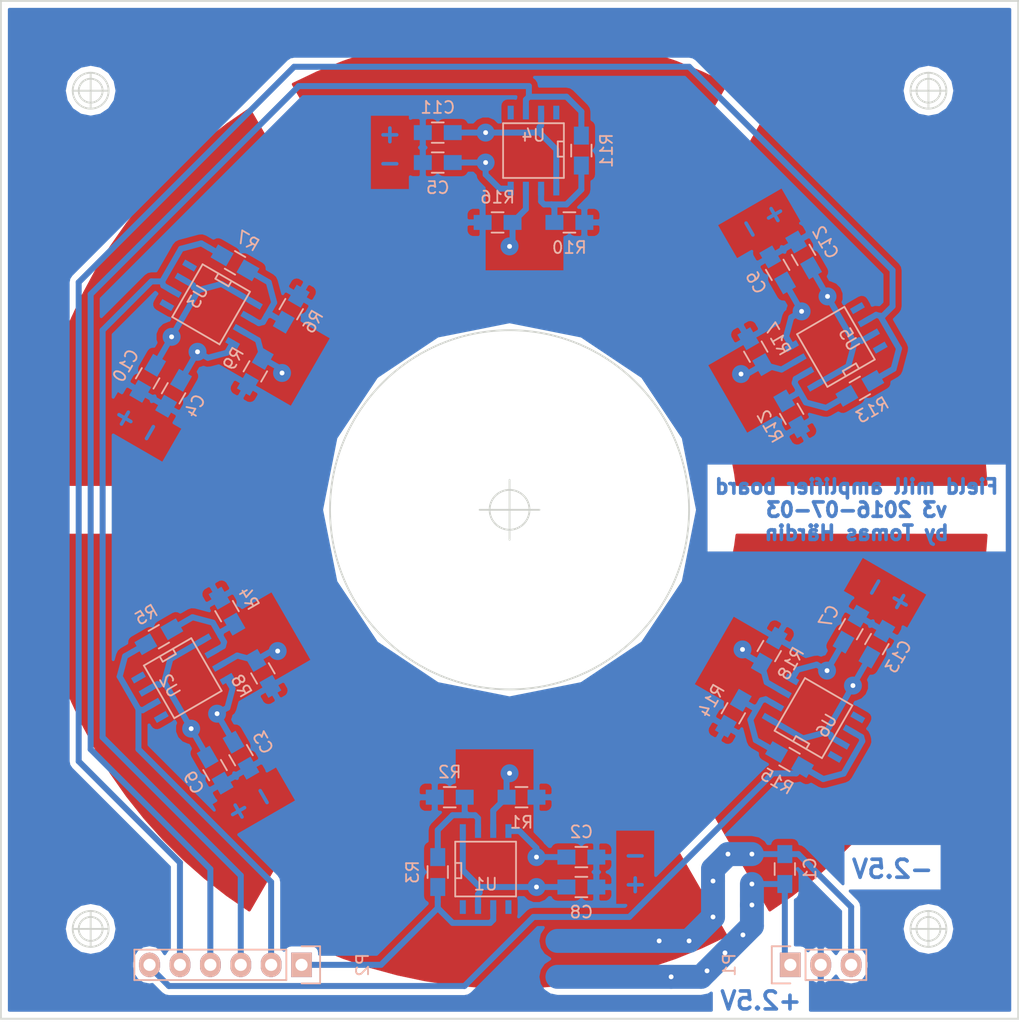
<source format=kicad_pcb>
(kicad_pcb (version 4) (host pcbnew 4.0.2-stable)

  (general
    (links 86)
    (no_connects 1)
    (area 57.424999 57.424999 142.575001 143.308333)
    (thickness 1.6)
    (drawings 23)
    (tracks 312)
    (zones 0)
    (modules 39)
    (nets 22)
  )

  (page A4)
  (layers
    (0 F.Cu signal)
    (1 Airwires signal)
    (2 Airwires2 signal)
    (31 B.Cu signal)
    (32 B.Adhes user)
    (33 F.Adhes user)
    (34 B.Paste user)
    (35 F.Paste user)
    (36 B.SilkS user)
    (37 F.SilkS user)
    (38 B.Mask user)
    (39 F.Mask user)
    (40 Dwgs.User user)
    (41 Cmts.User user)
    (42 Eco1.User user)
    (43 Eco2.User user)
    (44 Edge.Cuts user)
    (45 Margin user)
    (46 B.CrtYd user)
    (47 F.CrtYd user)
    (48 B.Fab user)
    (49 F.Fab user)
  )

  (setup
    (last_trace_width 0.3)
    (user_trace_width 0.4)
    (user_trace_width 0.5)
    (user_trace_width 2)
    (trace_clearance 0.4)
    (zone_clearance 0.508)
    (zone_45_only no)
    (trace_min 0.2)
    (segment_width 0.2)
    (edge_width 0.15)
    (via_size 1.5)
    (via_drill 0.4)
    (via_min_size 1)
    (via_min_drill 0.3)
    (user_via 1.5 0.3)
    (blind_buried_vias_allowed yes)
    (uvia_size 0.3)
    (uvia_drill 0.1)
    (uvias_allowed no)
    (uvia_min_size 0.2)
    (uvia_min_drill 0.1)
    (pcb_text_width 0.3)
    (pcb_text_size 1.5 1.5)
    (mod_edge_width 0.15)
    (mod_text_size 1 1)
    (mod_text_width 0.15)
    (pad_size 1.524 1.524)
    (pad_drill 0.762)
    (pad_to_mask_clearance 0.2)
    (aux_axis_origin 0 0)
    (grid_origin 100 100)
    (visible_elements FFFFFF7F)
    (pcbplotparams
      (layerselection 0x00030_80000001)
      (usegerberextensions false)
      (excludeedgelayer true)
      (linewidth 0.100000)
      (plotframeref false)
      (viasonmask false)
      (mode 1)
      (useauxorigin false)
      (hpglpennumber 1)
      (hpglpenspeed 20)
      (hpglpendiameter 15)
      (hpglpenoverlay 2)
      (psnegative false)
      (psa4output false)
      (plotreference true)
      (plotvalue true)
      (plotinvisibletext false)
      (padsonsilk false)
      (subtractmaskfromsilk false)
      (outputformat 1)
      (mirror false)
      (drillshape 1)
      (scaleselection 1)
      (outputdirectory ""))
  )

  (net 0 "")
  (net 1 /SENSOR1)
  (net 2 /SENSOR2)
  (net 3 /SENSOR3)
  (net 4 /SENSOR4)
  (net 5 /SENSOR5)
  (net 6 GND)
  (net 7 "Net-(P2-Pad1)")
  (net 8 "Net-(P2-Pad2)")
  (net 9 "Net-(P2-Pad3)")
  (net 10 "Net-(P2-Pad4)")
  (net 11 "Net-(P2-Pad5)")
  (net 12 "Net-(P2-Pad6)")
  (net 13 VDD)
  (net 14 VSS)
  (net 15 /GRD1)
  (net 16 /GRD2)
  (net 17 /GRD3)
  (net 18 /GRD4)
  (net 19 /GRD5)
  (net 20 /GRD6)
  (net 21 /SENSOR6)

  (net_class Default "This is the default net class."
    (clearance 0.4)
    (trace_width 0.3)
    (via_dia 1.5)
    (via_drill 0.4)
    (uvia_dia 0.3)
    (uvia_drill 0.1)
    (add_net /GRD1)
    (add_net /GRD2)
    (add_net /GRD3)
    (add_net /GRD4)
    (add_net /GRD5)
    (add_net /GRD6)
    (add_net /SENSOR1)
    (add_net /SENSOR2)
    (add_net /SENSOR3)
    (add_net /SENSOR4)
    (add_net /SENSOR5)
    (add_net /SENSOR6)
    (add_net GND)
    (add_net "Net-(P2-Pad1)")
    (add_net "Net-(P2-Pad2)")
    (add_net "Net-(P2-Pad3)")
    (add_net "Net-(P2-Pad4)")
    (add_net "Net-(P2-Pad5)")
    (add_net "Net-(P2-Pad6)")
    (add_net VDD)
    (add_net VSS)
  )

  (module Capacitors_SMD:C_0805_HandSoldering (layer B.Cu) (tedit 541A9B8D) (tstamp 5773DB11)
    (at 123 130 90)
    (descr "Capacitor SMD 0805, hand soldering")
    (tags "capacitor 0805")
    (path /5773D48C)
    (attr smd)
    (fp_text reference C1 (at 0 2.1 90) (layer B.SilkS)
      (effects (font (size 1 1) (thickness 0.15)) (justify mirror))
    )
    (fp_text value 10u (at 0 -2.1 90) (layer B.Fab)
      (effects (font (size 1 1) (thickness 0.15)) (justify mirror))
    )
    (fp_line (start -2.3 1) (end 2.3 1) (layer B.CrtYd) (width 0.05))
    (fp_line (start -2.3 -1) (end 2.3 -1) (layer B.CrtYd) (width 0.05))
    (fp_line (start -2.3 1) (end -2.3 -1) (layer B.CrtYd) (width 0.05))
    (fp_line (start 2.3 1) (end 2.3 -1) (layer B.CrtYd) (width 0.05))
    (fp_line (start 0.5 0.85) (end -0.5 0.85) (layer B.SilkS) (width 0.15))
    (fp_line (start -0.5 -0.85) (end 0.5 -0.85) (layer B.SilkS) (width 0.15))
    (pad 1 smd rect (at -1.25 0 90) (size 1.5 1.25) (layers B.Cu B.Paste B.Mask)
      (net 13 VDD))
    (pad 2 smd rect (at 1.25 0 90) (size 1.5 1.25) (layers B.Cu B.Paste B.Mask)
      (net 14 VSS))
    (model Capacitors_SMD.3dshapes/C_0805_HandSoldering.wrl
      (at (xyz 0 0 0))
      (scale (xyz 1 1 1))
      (rotate (xyz 0 0 0))
    )
  )

  (module Capacitors_SMD:C_0805_HandSoldering (layer B.Cu) (tedit 541A9B8D) (tstamp 5773DB17)
    (at 106 129 180)
    (descr "Capacitor SMD 0805, hand soldering")
    (tags "capacitor 0805")
    (path /5773E78A)
    (attr smd)
    (fp_text reference C2 (at 0 2.1 180) (layer B.SilkS)
      (effects (font (size 1 1) (thickness 0.15)) (justify mirror))
    )
    (fp_text value 100n (at 0 -2.1 180) (layer B.Fab)
      (effects (font (size 1 1) (thickness 0.15)) (justify mirror))
    )
    (fp_line (start -2.3 1) (end 2.3 1) (layer B.CrtYd) (width 0.05))
    (fp_line (start -2.3 -1) (end 2.3 -1) (layer B.CrtYd) (width 0.05))
    (fp_line (start -2.3 1) (end -2.3 -1) (layer B.CrtYd) (width 0.05))
    (fp_line (start 2.3 1) (end 2.3 -1) (layer B.CrtYd) (width 0.05))
    (fp_line (start 0.5 0.85) (end -0.5 0.85) (layer B.SilkS) (width 0.15))
    (fp_line (start -0.5 -0.85) (end 0.5 -0.85) (layer B.SilkS) (width 0.15))
    (pad 1 smd rect (at -1.25 0 180) (size 1.5 1.25) (layers B.Cu B.Paste B.Mask)
      (net 6 GND))
    (pad 2 smd rect (at 1.25 0 180) (size 1.5 1.25) (layers B.Cu B.Paste B.Mask)
      (net 14 VSS))
    (model Capacitors_SMD.3dshapes/C_0805_HandSoldering.wrl
      (at (xyz 0 0 0))
      (scale (xyz 1 1 1))
      (rotate (xyz 0 0 0))
    )
  )

  (module Capacitors_SMD:C_0805_HandSoldering (layer B.Cu) (tedit 541A9B8D) (tstamp 5773DB1D)
    (at 71.928203 90.267949 60)
    (descr "Capacitor SMD 0805, hand soldering")
    (tags "capacitor 0805")
    (path /5773F046)
    (attr smd)
    (fp_text reference C4 (at 0 2.1 60) (layer B.SilkS)
      (effects (font (size 1 1) (thickness 0.15)) (justify mirror))
    )
    (fp_text value 100n (at 0 -2.1 60) (layer B.Fab)
      (effects (font (size 1 1) (thickness 0.15)) (justify mirror))
    )
    (fp_line (start -2.3 1) (end 2.3 1) (layer B.CrtYd) (width 0.05))
    (fp_line (start -2.3 -1) (end 2.3 -1) (layer B.CrtYd) (width 0.05))
    (fp_line (start -2.3 1) (end -2.3 -1) (layer B.CrtYd) (width 0.05))
    (fp_line (start 2.3 1) (end 2.3 -1) (layer B.CrtYd) (width 0.05))
    (fp_line (start 0.5 0.85) (end -0.5 0.85) (layer B.SilkS) (width 0.15))
    (fp_line (start -0.5 -0.85) (end 0.5 -0.85) (layer B.SilkS) (width 0.15))
    (pad 1 smd rect (at -1.25 0 60) (size 1.5 1.25) (layers B.Cu B.Paste B.Mask)
      (net 6 GND))
    (pad 2 smd rect (at 1.25 0 60) (size 1.5 1.25) (layers B.Cu B.Paste B.Mask)
      (net 14 VSS))
    (model Capacitors_SMD.3dshapes/C_0805_HandSoldering.wrl
      (at (xyz 0 0 0))
      (scale (xyz 1 1 1))
      (rotate (xyz 0 0 0))
    )
  )

  (module Capacitors_SMD:C_0805_HandSoldering (layer B.Cu) (tedit 541A9B8D) (tstamp 5773DB23)
    (at 122.401924 79.964102 300)
    (descr "Capacitor SMD 0805, hand soldering")
    (tags "capacitor 0805")
    (path /5773FA81)
    (attr smd)
    (fp_text reference C6 (at 0 2.1 300) (layer B.SilkS)
      (effects (font (size 1 1) (thickness 0.15)) (justify mirror))
    )
    (fp_text value 100n (at 0 -2.1 300) (layer B.Fab)
      (effects (font (size 1 1) (thickness 0.15)) (justify mirror))
    )
    (fp_line (start -2.3 1) (end 2.3 1) (layer B.CrtYd) (width 0.05))
    (fp_line (start -2.3 -1) (end 2.3 -1) (layer B.CrtYd) (width 0.05))
    (fp_line (start -2.3 1) (end -2.3 -1) (layer B.CrtYd) (width 0.05))
    (fp_line (start 2.3 1) (end 2.3 -1) (layer B.CrtYd) (width 0.05))
    (fp_line (start 0.5 0.85) (end -0.5 0.85) (layer B.SilkS) (width 0.15))
    (fp_line (start -0.5 -0.85) (end 0.5 -0.85) (layer B.SilkS) (width 0.15))
    (pad 1 smd rect (at -1.25 0 300) (size 1.5 1.25) (layers B.Cu B.Paste B.Mask)
      (net 6 GND))
    (pad 2 smd rect (at 1.25 0 300) (size 1.5 1.25) (layers B.Cu B.Paste B.Mask)
      (net 14 VSS))
    (model Capacitors_SMD.3dshapes/C_0805_HandSoldering.wrl
      (at (xyz 0 0 0))
      (scale (xyz 1 1 1))
      (rotate (xyz 0 0 0))
    )
  )

  (module Pin_Headers:Pin_Header_Straight_1x03 (layer B.Cu) (tedit 0) (tstamp 5773DB2A)
    (at 123.46 138 270)
    (descr "Through hole pin header")
    (tags "pin header")
    (path /57693B01)
    (fp_text reference P1 (at 0 5.1 270) (layer B.SilkS)
      (effects (font (size 1 1) (thickness 0.15)) (justify mirror))
    )
    (fp_text value CONN_01X03 (at 0 3.1 270) (layer B.Fab)
      (effects (font (size 1 1) (thickness 0.15)) (justify mirror))
    )
    (fp_line (start -1.75 1.75) (end -1.75 -6.85) (layer B.CrtYd) (width 0.05))
    (fp_line (start 1.75 1.75) (end 1.75 -6.85) (layer B.CrtYd) (width 0.05))
    (fp_line (start -1.75 1.75) (end 1.75 1.75) (layer B.CrtYd) (width 0.05))
    (fp_line (start -1.75 -6.85) (end 1.75 -6.85) (layer B.CrtYd) (width 0.05))
    (fp_line (start -1.27 -1.27) (end -1.27 -6.35) (layer B.SilkS) (width 0.15))
    (fp_line (start -1.27 -6.35) (end 1.27 -6.35) (layer B.SilkS) (width 0.15))
    (fp_line (start 1.27 -6.35) (end 1.27 -1.27) (layer B.SilkS) (width 0.15))
    (fp_line (start 1.55 1.55) (end 1.55 0) (layer B.SilkS) (width 0.15))
    (fp_line (start 1.27 -1.27) (end -1.27 -1.27) (layer B.SilkS) (width 0.15))
    (fp_line (start -1.55 0) (end -1.55 1.55) (layer B.SilkS) (width 0.15))
    (fp_line (start -1.55 1.55) (end 1.55 1.55) (layer B.SilkS) (width 0.15))
    (pad 1 thru_hole rect (at 0 0 270) (size 2.032 1.7272) (drill 1.016) (layers *.Cu *.Mask B.SilkS)
      (net 13 VDD))
    (pad 2 thru_hole oval (at 0 -2.54 270) (size 2.032 1.7272) (drill 1.016) (layers *.Cu *.Mask B.SilkS)
      (net 6 GND))
    (pad 3 thru_hole oval (at 0 -5.08 270) (size 2.032 1.7272) (drill 1.016) (layers *.Cu *.Mask B.SilkS)
      (net 14 VSS))
    (model Pin_Headers.3dshapes/Pin_Header_Straight_1x03.wrl
      (at (xyz 0 -0.1 0))
      (scale (xyz 1 1 1))
      (rotate (xyz 0 0 90))
    )
  )

  (module Pin_Headers:Pin_Header_Straight_1x06 (layer B.Cu) (tedit 0) (tstamp 5773DB34)
    (at 82.62 138 90)
    (descr "Through hole pin header")
    (tags "pin header")
    (path /5773E1D1)
    (fp_text reference P2 (at 0 5.1 90) (layer B.SilkS)
      (effects (font (size 1 1) (thickness 0.15)) (justify mirror))
    )
    (fp_text value CONN_01X06 (at 0 3.1 90) (layer B.Fab)
      (effects (font (size 1 1) (thickness 0.15)) (justify mirror))
    )
    (fp_line (start -1.75 1.75) (end -1.75 -14.45) (layer B.CrtYd) (width 0.05))
    (fp_line (start 1.75 1.75) (end 1.75 -14.45) (layer B.CrtYd) (width 0.05))
    (fp_line (start -1.75 1.75) (end 1.75 1.75) (layer B.CrtYd) (width 0.05))
    (fp_line (start -1.75 -14.45) (end 1.75 -14.45) (layer B.CrtYd) (width 0.05))
    (fp_line (start 1.27 -1.27) (end 1.27 -13.97) (layer B.SilkS) (width 0.15))
    (fp_line (start 1.27 -13.97) (end -1.27 -13.97) (layer B.SilkS) (width 0.15))
    (fp_line (start -1.27 -13.97) (end -1.27 -1.27) (layer B.SilkS) (width 0.15))
    (fp_line (start 1.55 1.55) (end 1.55 0) (layer B.SilkS) (width 0.15))
    (fp_line (start 1.27 -1.27) (end -1.27 -1.27) (layer B.SilkS) (width 0.15))
    (fp_line (start -1.55 0) (end -1.55 1.55) (layer B.SilkS) (width 0.15))
    (fp_line (start -1.55 1.55) (end 1.55 1.55) (layer B.SilkS) (width 0.15))
    (pad 1 thru_hole rect (at 0 0 90) (size 2.032 1.7272) (drill 1.016) (layers *.Cu *.Mask B.SilkS)
      (net 7 "Net-(P2-Pad1)"))
    (pad 2 thru_hole oval (at 0 -2.54 90) (size 2.032 1.7272) (drill 1.016) (layers *.Cu *.Mask B.SilkS)
      (net 8 "Net-(P2-Pad2)"))
    (pad 3 thru_hole oval (at 0 -5.08 90) (size 2.032 1.7272) (drill 1.016) (layers *.Cu *.Mask B.SilkS)
      (net 9 "Net-(P2-Pad3)"))
    (pad 4 thru_hole oval (at 0 -7.62 90) (size 2.032 1.7272) (drill 1.016) (layers *.Cu *.Mask B.SilkS)
      (net 10 "Net-(P2-Pad4)"))
    (pad 5 thru_hole oval (at 0 -10.16 90) (size 2.032 1.7272) (drill 1.016) (layers *.Cu *.Mask B.SilkS)
      (net 11 "Net-(P2-Pad5)"))
    (pad 6 thru_hole oval (at 0 -12.7 90) (size 2.032 1.7272) (drill 1.016) (layers *.Cu *.Mask B.SilkS)
      (net 12 "Net-(P2-Pad6)"))
    (model Pin_Headers.3dshapes/Pin_Header_Straight_1x06.wrl
      (at (xyz 0 -0.25 0))
      (scale (xyz 1 1 1))
      (rotate (xyz 0 0 90))
    )
  )

  (module Capacitors_SMD:C_0805_HandSoldering (layer B.Cu) (tedit 541A9B8D) (tstamp 5773EA40)
    (at 77.562178 120.490381 120)
    (descr "Capacitor SMD 0805, hand soldering")
    (tags "capacitor 0805")
    (path /5773EEE3)
    (attr smd)
    (fp_text reference C3 (at 0 2.1 120) (layer B.SilkS)
      (effects (font (size 1 1) (thickness 0.15)) (justify mirror))
    )
    (fp_text value 100n (at 0 -2.1 120) (layer B.Fab)
      (effects (font (size 1 1) (thickness 0.15)) (justify mirror))
    )
    (fp_line (start -2.3 1) (end 2.3 1) (layer B.CrtYd) (width 0.05))
    (fp_line (start -2.3 -1) (end 2.3 -1) (layer B.CrtYd) (width 0.05))
    (fp_line (start -2.3 1) (end -2.3 -1) (layer B.CrtYd) (width 0.05))
    (fp_line (start 2.3 1) (end 2.3 -1) (layer B.CrtYd) (width 0.05))
    (fp_line (start 0.5 0.85) (end -0.5 0.85) (layer B.SilkS) (width 0.15))
    (fp_line (start -0.5 -0.85) (end 0.5 -0.85) (layer B.SilkS) (width 0.15))
    (pad 1 smd rect (at -1.25 0 120) (size 1.5 1.25) (layers B.Cu B.Paste B.Mask)
      (net 6 GND))
    (pad 2 smd rect (at 1.25 0 120) (size 1.5 1.25) (layers B.Cu B.Paste B.Mask)
      (net 14 VSS))
    (model Capacitors_SMD.3dshapes/C_0805_HandSoldering.wrl
      (at (xyz 0 0 0))
      (scale (xyz 1 1 1))
      (rotate (xyz 0 0 0))
    )
  )

  (module Capacitors_SMD:C_0805_HandSoldering (layer B.Cu) (tedit 541A9B8D) (tstamp 5773EA46)
    (at 94 71)
    (descr "Capacitor SMD 0805, hand soldering")
    (tags "capacitor 0805")
    (path /5773FA32)
    (attr smd)
    (fp_text reference C5 (at 0 2.1) (layer B.SilkS)
      (effects (font (size 1 1) (thickness 0.15)) (justify mirror))
    )
    (fp_text value 100n (at 0 -2.1) (layer B.Fab)
      (effects (font (size 1 1) (thickness 0.15)) (justify mirror))
    )
    (fp_line (start -2.3 1) (end 2.3 1) (layer B.CrtYd) (width 0.05))
    (fp_line (start -2.3 -1) (end 2.3 -1) (layer B.CrtYd) (width 0.05))
    (fp_line (start -2.3 1) (end -2.3 -1) (layer B.CrtYd) (width 0.05))
    (fp_line (start 2.3 1) (end 2.3 -1) (layer B.CrtYd) (width 0.05))
    (fp_line (start 0.5 0.85) (end -0.5 0.85) (layer B.SilkS) (width 0.15))
    (fp_line (start -0.5 -0.85) (end 0.5 -0.85) (layer B.SilkS) (width 0.15))
    (pad 1 smd rect (at -1.25 0) (size 1.5 1.25) (layers B.Cu B.Paste B.Mask)
      (net 6 GND))
    (pad 2 smd rect (at 1.25 0) (size 1.5 1.25) (layers B.Cu B.Paste B.Mask)
      (net 14 VSS))
    (model Capacitors_SMD.3dshapes/C_0805_HandSoldering.wrl
      (at (xyz 0 0 0))
      (scale (xyz 1 1 1))
      (rotate (xyz 0 0 0))
    )
  )

  (module Capacitors_SMD:C_0805_HandSoldering (layer B.Cu) (tedit 541A9B8D) (tstamp 5773EA4C)
    (at 128.526279 109.964101 240)
    (descr "Capacitor SMD 0805, hand soldering")
    (tags "capacitor 0805")
    (path /5773FAD0)
    (attr smd)
    (fp_text reference C7 (at 0 2.1 240) (layer B.SilkS)
      (effects (font (size 1 1) (thickness 0.15)) (justify mirror))
    )
    (fp_text value 100n (at 0 -2.1 240) (layer B.Fab)
      (effects (font (size 1 1) (thickness 0.15)) (justify mirror))
    )
    (fp_line (start -2.3 1) (end 2.3 1) (layer B.CrtYd) (width 0.05))
    (fp_line (start -2.3 -1) (end 2.3 -1) (layer B.CrtYd) (width 0.05))
    (fp_line (start -2.3 1) (end -2.3 -1) (layer B.CrtYd) (width 0.05))
    (fp_line (start 2.3 1) (end 2.3 -1) (layer B.CrtYd) (width 0.05))
    (fp_line (start 0.5 0.85) (end -0.5 0.85) (layer B.SilkS) (width 0.15))
    (fp_line (start -0.5 -0.85) (end 0.5 -0.85) (layer B.SilkS) (width 0.15))
    (pad 1 smd rect (at -1.25 0 240) (size 1.5 1.25) (layers B.Cu B.Paste B.Mask)
      (net 6 GND))
    (pad 2 smd rect (at 1.25 0 240) (size 1.5 1.25) (layers B.Cu B.Paste B.Mask)
      (net 14 VSS))
    (model Capacitors_SMD.3dshapes/C_0805_HandSoldering.wrl
      (at (xyz 0 0 0))
      (scale (xyz 1 1 1))
      (rotate (xyz 0 0 0))
    )
  )

  (module Capacitors_SMD:C_0805_HandSoldering (layer B.Cu) (tedit 541A9B8D) (tstamp 5773EA52)
    (at 77.062178 79.375644 150)
    (descr "Capacitor SMD 0805, hand soldering")
    (tags "capacitor 0805")
    (path /5773F066)
    (attr smd)
    (fp_text reference R7 (at 0 2.1 150) (layer B.SilkS)
      (effects (font (size 1 1) (thickness 0.15)) (justify mirror))
    )
    (fp_text value 100k (at 0 -2.1 150) (layer B.Fab)
      (effects (font (size 1 1) (thickness 0.15)) (justify mirror))
    )
    (fp_line (start -2.3 1) (end 2.3 1) (layer B.CrtYd) (width 0.05))
    (fp_line (start -2.3 -1) (end 2.3 -1) (layer B.CrtYd) (width 0.05))
    (fp_line (start -2.3 1) (end -2.3 -1) (layer B.CrtYd) (width 0.05))
    (fp_line (start 2.3 1) (end 2.3 -1) (layer B.CrtYd) (width 0.05))
    (fp_line (start 0.5 0.85) (end -0.5 0.85) (layer B.SilkS) (width 0.15))
    (fp_line (start -0.5 -0.85) (end 0.5 -0.85) (layer B.SilkS) (width 0.15))
    (pad 1 smd rect (at -1.25 0 150) (size 1.5 1.25) (layers B.Cu B.Paste B.Mask)
      (net 17 /GRD3))
    (pad 2 smd rect (at 1.25 0 150) (size 1.5 1.25) (layers B.Cu B.Paste B.Mask)
      (net 9 "Net-(P2-Pad3)"))
    (model Capacitors_SMD.3dshapes/C_0805_HandSoldering.wrl
      (at (xyz 0 0 0))
      (scale (xyz 1 1 1))
      (rotate (xyz 0 0 0))
    )
  )

  (module Capacitors_SMD:C_0805_HandSoldering (layer B.Cu) (tedit 541A9B8D) (tstamp 5773EA58)
    (at 79.392305 113.660254 300)
    (descr "Capacitor SMD 0805, hand soldering")
    (tags "capacitor 0805")
    (path /5773EEC9)
    (attr smd)
    (fp_text reference R8 (at 0 2.1 300) (layer B.SilkS)
      (effects (font (size 1 1) (thickness 0.15)) (justify mirror))
    )
    (fp_text value 10M (at 0 -2.1 300) (layer B.Fab)
      (effects (font (size 1 1) (thickness 0.15)) (justify mirror))
    )
    (fp_line (start -2.3 1) (end 2.3 1) (layer B.CrtYd) (width 0.05))
    (fp_line (start -2.3 -1) (end 2.3 -1) (layer B.CrtYd) (width 0.05))
    (fp_line (start -2.3 1) (end -2.3 -1) (layer B.CrtYd) (width 0.05))
    (fp_line (start 2.3 1) (end 2.3 -1) (layer B.CrtYd) (width 0.05))
    (fp_line (start 0.5 0.85) (end -0.5 0.85) (layer B.SilkS) (width 0.15))
    (fp_line (start -0.5 -0.85) (end 0.5 -0.85) (layer B.SilkS) (width 0.15))
    (pad 1 smd rect (at -1.25 0 300) (size 1.5 1.25) (layers B.Cu B.Paste B.Mask)
      (net 2 /SENSOR2))
    (pad 2 smd rect (at 1.25 0 300) (size 1.5 1.25) (layers B.Cu B.Paste B.Mask)
      (net 6 GND))
    (model Capacitors_SMD.3dshapes/C_0805_HandSoldering.wrl
      (at (xyz 0 0 0))
      (scale (xyz 1 1 1))
      (rotate (xyz 0 0 0))
    )
  )

  (module Capacitors_SMD:C_0805_HandSoldering (layer B.Cu) (tedit 541A9B8D) (tstamp 5773EA5E)
    (at 78.75833 88.437822 240)
    (descr "Capacitor SMD 0805, hand soldering")
    (tags "capacitor 0805")
    (path /5773F02C)
    (attr smd)
    (fp_text reference R9 (at 0 2.1 240) (layer B.SilkS)
      (effects (font (size 1 1) (thickness 0.15)) (justify mirror))
    )
    (fp_text value 10M (at 0 -2.1 240) (layer B.Fab)
      (effects (font (size 1 1) (thickness 0.15)) (justify mirror))
    )
    (fp_line (start -2.3 1) (end 2.3 1) (layer B.CrtYd) (width 0.05))
    (fp_line (start -2.3 -1) (end 2.3 -1) (layer B.CrtYd) (width 0.05))
    (fp_line (start -2.3 1) (end -2.3 -1) (layer B.CrtYd) (width 0.05))
    (fp_line (start 2.3 1) (end 2.3 -1) (layer B.CrtYd) (width 0.05))
    (fp_line (start 0.5 0.85) (end -0.5 0.85) (layer B.SilkS) (width 0.15))
    (fp_line (start -0.5 -0.85) (end 0.5 -0.85) (layer B.SilkS) (width 0.15))
    (pad 1 smd rect (at -1.25 0 240) (size 1.5 1.25) (layers B.Cu B.Paste B.Mask)
      (net 3 /SENSOR3))
    (pad 2 smd rect (at 1.25 0 240) (size 1.5 1.25) (layers B.Cu B.Paste B.Mask)
      (net 6 GND))
    (model Capacitors_SMD.3dshapes/C_0805_HandSoldering.wrl
      (at (xyz 0 0 0))
      (scale (xyz 1 1 1))
      (rotate (xyz 0 0 0))
    )
  )

  (module Capacitors_SMD:C_0805_HandSoldering (layer B.Cu) (tedit 541A9B8D) (tstamp 5773EA64)
    (at 105 76)
    (descr "Capacitor SMD 0805, hand soldering")
    (tags "capacitor 0805")
    (path /5773FA5A)
    (attr smd)
    (fp_text reference R10 (at 0 2.1) (layer B.SilkS)
      (effects (font (size 1 1) (thickness 0.15)) (justify mirror))
    )
    (fp_text value 10k (at 0 -2.1) (layer B.Fab)
      (effects (font (size 1 1) (thickness 0.15)) (justify mirror))
    )
    (fp_line (start -2.3 1) (end 2.3 1) (layer B.CrtYd) (width 0.05))
    (fp_line (start -2.3 -1) (end 2.3 -1) (layer B.CrtYd) (width 0.05))
    (fp_line (start -2.3 1) (end -2.3 -1) (layer B.CrtYd) (width 0.05))
    (fp_line (start 2.3 1) (end 2.3 -1) (layer B.CrtYd) (width 0.05))
    (fp_line (start 0.5 0.85) (end -0.5 0.85) (layer B.SilkS) (width 0.15))
    (fp_line (start -0.5 -0.85) (end 0.5 -0.85) (layer B.SilkS) (width 0.15))
    (pad 1 smd rect (at -1.25 0) (size 1.5 1.25) (layers B.Cu B.Paste B.Mask)
      (net 18 /GRD4))
    (pad 2 smd rect (at 1.25 0) (size 1.5 1.25) (layers B.Cu B.Paste B.Mask)
      (net 6 GND))
    (model Capacitors_SMD.3dshapes/C_0805_HandSoldering.wrl
      (at (xyz 0 0 0))
      (scale (xyz 1 1 1))
      (rotate (xyz 0 0 0))
    )
  )

  (module Capacitors_SMD:C_0805_HandSoldering (layer B.Cu) (tedit 541A9B8D) (tstamp 5773EA6A)
    (at 106 70 90)
    (descr "Capacitor SMD 0805, hand soldering")
    (tags "capacitor 0805")
    (path /5773FA52)
    (attr smd)
    (fp_text reference R11 (at 0 2.1 90) (layer B.SilkS)
      (effects (font (size 1 1) (thickness 0.15)) (justify mirror))
    )
    (fp_text value 100k (at 0 -2.1 90) (layer B.Fab)
      (effects (font (size 1 1) (thickness 0.15)) (justify mirror))
    )
    (fp_line (start -2.3 1) (end 2.3 1) (layer B.CrtYd) (width 0.05))
    (fp_line (start -2.3 -1) (end 2.3 -1) (layer B.CrtYd) (width 0.05))
    (fp_line (start -2.3 1) (end -2.3 -1) (layer B.CrtYd) (width 0.05))
    (fp_line (start 2.3 1) (end 2.3 -1) (layer B.CrtYd) (width 0.05))
    (fp_line (start 0.5 0.85) (end -0.5 0.85) (layer B.SilkS) (width 0.15))
    (fp_line (start -0.5 -0.85) (end 0.5 -0.85) (layer B.SilkS) (width 0.15))
    (pad 1 smd rect (at -1.25 0 90) (size 1.5 1.25) (layers B.Cu B.Paste B.Mask)
      (net 18 /GRD4))
    (pad 2 smd rect (at 1.25 0 90) (size 1.5 1.25) (layers B.Cu B.Paste B.Mask)
      (net 10 "Net-(P2-Pad4)"))
    (model Capacitors_SMD.3dshapes/C_0805_HandSoldering.wrl
      (at (xyz 0 0 0))
      (scale (xyz 1 1 1))
      (rotate (xyz 0 0 0))
    )
  )

  (module Capacitors_SMD:C_0805_HandSoldering (layer B.Cu) (tedit 541A9B8D) (tstamp 5773EA70)
    (at 123.571797 91.990381 300)
    (descr "Capacitor SMD 0805, hand soldering")
    (tags "capacitor 0805")
    (path /5773FAA9)
    (attr smd)
    (fp_text reference R12 (at 0 2.1 300) (layer B.SilkS)
      (effects (font (size 1 1) (thickness 0.15)) (justify mirror))
    )
    (fp_text value 10k (at 0 -2.1 300) (layer B.Fab)
      (effects (font (size 1 1) (thickness 0.15)) (justify mirror))
    )
    (fp_line (start -2.3 1) (end 2.3 1) (layer B.CrtYd) (width 0.05))
    (fp_line (start -2.3 -1) (end 2.3 -1) (layer B.CrtYd) (width 0.05))
    (fp_line (start -2.3 1) (end -2.3 -1) (layer B.CrtYd) (width 0.05))
    (fp_line (start 2.3 1) (end 2.3 -1) (layer B.CrtYd) (width 0.05))
    (fp_line (start 0.5 0.85) (end -0.5 0.85) (layer B.SilkS) (width 0.15))
    (fp_line (start -0.5 -0.85) (end 0.5 -0.85) (layer B.SilkS) (width 0.15))
    (pad 1 smd rect (at -1.25 0 300) (size 1.5 1.25) (layers B.Cu B.Paste B.Mask)
      (net 19 /GRD5))
    (pad 2 smd rect (at 1.25 0 300) (size 1.5 1.25) (layers B.Cu B.Paste B.Mask)
      (net 6 GND))
    (model Capacitors_SMD.3dshapes/C_0805_HandSoldering.wrl
      (at (xyz 0 0 0))
      (scale (xyz 1 1 1))
      (rotate (xyz 0 0 0))
    )
  )

  (module Capacitors_SMD:C_0805_HandSoldering (layer B.Cu) (tedit 541A9B8D) (tstamp 5773EA76)
    (at 129.267949 89.856406 30)
    (descr "Capacitor SMD 0805, hand soldering")
    (tags "capacitor 0805")
    (path /5773FAA1)
    (attr smd)
    (fp_text reference R13 (at 0 2.1 30) (layer B.SilkS)
      (effects (font (size 1 1) (thickness 0.15)) (justify mirror))
    )
    (fp_text value 100k (at 0 -2.1 30) (layer B.Fab)
      (effects (font (size 1 1) (thickness 0.15)) (justify mirror))
    )
    (fp_line (start -2.3 1) (end 2.3 1) (layer B.CrtYd) (width 0.05))
    (fp_line (start -2.3 -1) (end 2.3 -1) (layer B.CrtYd) (width 0.05))
    (fp_line (start -2.3 1) (end -2.3 -1) (layer B.CrtYd) (width 0.05))
    (fp_line (start 2.3 1) (end 2.3 -1) (layer B.CrtYd) (width 0.05))
    (fp_line (start 0.5 0.85) (end -0.5 0.85) (layer B.SilkS) (width 0.15))
    (fp_line (start -0.5 -0.85) (end 0.5 -0.85) (layer B.SilkS) (width 0.15))
    (pad 1 smd rect (at -1.25 0 30) (size 1.5 1.25) (layers B.Cu B.Paste B.Mask)
      (net 19 /GRD5))
    (pad 2 smd rect (at 1.25 0 30) (size 1.5 1.25) (layers B.Cu B.Paste B.Mask)
      (net 11 "Net-(P2-Pad5)"))
    (model Capacitors_SMD.3dshapes/C_0805_HandSoldering.wrl
      (at (xyz 0 0 0))
      (scale (xyz 1 1 1))
      (rotate (xyz 0 0 0))
    )
  )

  (module Capacitors_SMD:C_0805_HandSoldering (layer B.Cu) (tedit 541A9B8D) (tstamp 5773EA7C)
    (at 118.696152 116.990381 240)
    (descr "Capacitor SMD 0805, hand soldering")
    (tags "capacitor 0805")
    (path /5773FAF8)
    (attr smd)
    (fp_text reference R14 (at 0 2.1 240) (layer B.SilkS)
      (effects (font (size 1 1) (thickness 0.15)) (justify mirror))
    )
    (fp_text value 10k (at 0 -2.1 240) (layer B.Fab)
      (effects (font (size 1 1) (thickness 0.15)) (justify mirror))
    )
    (fp_line (start -2.3 1) (end 2.3 1) (layer B.CrtYd) (width 0.05))
    (fp_line (start -2.3 -1) (end 2.3 -1) (layer B.CrtYd) (width 0.05))
    (fp_line (start -2.3 1) (end -2.3 -1) (layer B.CrtYd) (width 0.05))
    (fp_line (start 2.3 1) (end 2.3 -1) (layer B.CrtYd) (width 0.05))
    (fp_line (start 0.5 0.85) (end -0.5 0.85) (layer B.SilkS) (width 0.15))
    (fp_line (start -0.5 -0.85) (end 0.5 -0.85) (layer B.SilkS) (width 0.15))
    (pad 1 smd rect (at -1.25 0 240) (size 1.5 1.25) (layers B.Cu B.Paste B.Mask)
      (net 20 /GRD6))
    (pad 2 smd rect (at 1.25 0 240) (size 1.5 1.25) (layers B.Cu B.Paste B.Mask)
      (net 6 GND))
    (model Capacitors_SMD.3dshapes/C_0805_HandSoldering.wrl
      (at (xyz 0 0 0))
      (scale (xyz 1 1 1))
      (rotate (xyz 0 0 0))
    )
  )

  (module Capacitors_SMD:C_0805_HandSoldering (layer B.Cu) (tedit 541A9B8D) (tstamp 5773EA82)
    (at 123.392305 120.856406 330)
    (descr "Capacitor SMD 0805, hand soldering")
    (tags "capacitor 0805")
    (path /5773FAF0)
    (attr smd)
    (fp_text reference R15 (at 0 2.1 330) (layer B.SilkS)
      (effects (font (size 1 1) (thickness 0.15)) (justify mirror))
    )
    (fp_text value 100k (at 0 -2.1 330) (layer B.Fab)
      (effects (font (size 1 1) (thickness 0.15)) (justify mirror))
    )
    (fp_line (start -2.3 1) (end 2.3 1) (layer B.CrtYd) (width 0.05))
    (fp_line (start -2.3 -1) (end 2.3 -1) (layer B.CrtYd) (width 0.05))
    (fp_line (start -2.3 1) (end -2.3 -1) (layer B.CrtYd) (width 0.05))
    (fp_line (start 2.3 1) (end 2.3 -1) (layer B.CrtYd) (width 0.05))
    (fp_line (start 0.5 0.85) (end -0.5 0.85) (layer B.SilkS) (width 0.15))
    (fp_line (start -0.5 -0.85) (end 0.5 -0.85) (layer B.SilkS) (width 0.15))
    (pad 1 smd rect (at -1.25 0 330) (size 1.5 1.25) (layers B.Cu B.Paste B.Mask)
      (net 20 /GRD6))
    (pad 2 smd rect (at 1.25 0 330) (size 1.5 1.25) (layers B.Cu B.Paste B.Mask)
      (net 12 "Net-(P2-Pad6)"))
    (model Capacitors_SMD.3dshapes/C_0805_HandSoldering.wrl
      (at (xyz 0 0 0))
      (scale (xyz 1 1 1))
      (rotate (xyz 0 0 0))
    )
  )

  (module Capacitors_SMD:C_0805_HandSoldering (layer B.Cu) (tedit 541A9B8D) (tstamp 5773EA88)
    (at 99 76 180)
    (descr "Capacitor SMD 0805, hand soldering")
    (tags "capacitor 0805")
    (path /5773FA18)
    (attr smd)
    (fp_text reference R16 (at 0 2.1 180) (layer B.SilkS)
      (effects (font (size 1 1) (thickness 0.15)) (justify mirror))
    )
    (fp_text value 10M (at 0 -2.1 180) (layer B.Fab)
      (effects (font (size 1 1) (thickness 0.15)) (justify mirror))
    )
    (fp_line (start -2.3 1) (end 2.3 1) (layer B.CrtYd) (width 0.05))
    (fp_line (start -2.3 -1) (end 2.3 -1) (layer B.CrtYd) (width 0.05))
    (fp_line (start -2.3 1) (end -2.3 -1) (layer B.CrtYd) (width 0.05))
    (fp_line (start 2.3 1) (end 2.3 -1) (layer B.CrtYd) (width 0.05))
    (fp_line (start 0.5 0.85) (end -0.5 0.85) (layer B.SilkS) (width 0.15))
    (fp_line (start -0.5 -0.85) (end 0.5 -0.85) (layer B.SilkS) (width 0.15))
    (pad 1 smd rect (at -1.25 0 180) (size 1.5 1.25) (layers B.Cu B.Paste B.Mask)
      (net 4 /SENSOR4))
    (pad 2 smd rect (at 1.25 0 180) (size 1.5 1.25) (layers B.Cu B.Paste B.Mask)
      (net 6 GND))
    (model Capacitors_SMD.3dshapes/C_0805_HandSoldering.wrl
      (at (xyz 0 0 0))
      (scale (xyz 1 1 1))
      (rotate (xyz 0 0 0))
    )
  )

  (module Capacitors_SMD:C_0805_HandSoldering (layer B.Cu) (tedit 541A9B8D) (tstamp 5773EA8E)
    (at 120.571797 86.794229 120)
    (descr "Capacitor SMD 0805, hand soldering")
    (tags "capacitor 0805")
    (path /5773FA67)
    (attr smd)
    (fp_text reference R17 (at 0 2.1 120) (layer B.SilkS)
      (effects (font (size 1 1) (thickness 0.15)) (justify mirror))
    )
    (fp_text value 10M (at 0 -2.1 120) (layer B.Fab)
      (effects (font (size 1 1) (thickness 0.15)) (justify mirror))
    )
    (fp_line (start -2.3 1) (end 2.3 1) (layer B.CrtYd) (width 0.05))
    (fp_line (start -2.3 -1) (end 2.3 -1) (layer B.CrtYd) (width 0.05))
    (fp_line (start -2.3 1) (end -2.3 -1) (layer B.CrtYd) (width 0.05))
    (fp_line (start 2.3 1) (end 2.3 -1) (layer B.CrtYd) (width 0.05))
    (fp_line (start 0.5 0.85) (end -0.5 0.85) (layer B.SilkS) (width 0.15))
    (fp_line (start -0.5 -0.85) (end 0.5 -0.85) (layer B.SilkS) (width 0.15))
    (pad 1 smd rect (at -1.25 0 120) (size 1.5 1.25) (layers B.Cu B.Paste B.Mask)
      (net 5 /SENSOR5))
    (pad 2 smd rect (at 1.25 0 120) (size 1.5 1.25) (layers B.Cu B.Paste B.Mask)
      (net 6 GND))
    (model Capacitors_SMD.3dshapes/C_0805_HandSoldering.wrl
      (at (xyz 0 0 0))
      (scale (xyz 1 1 1))
      (rotate (xyz 0 0 0))
    )
  )

  (module Capacitors_SMD:C_0805_HandSoldering (layer B.Cu) (tedit 541A9B8D) (tstamp 5773EA94)
    (at 121.696152 111.794228 60)
    (descr "Capacitor SMD 0805, hand soldering")
    (tags "capacitor 0805")
    (path /5773FAB6)
    (attr smd)
    (fp_text reference R18 (at 0 2.1 60) (layer B.SilkS)
      (effects (font (size 1 1) (thickness 0.15)) (justify mirror))
    )
    (fp_text value 10M (at 0 -2.1 60) (layer B.Fab)
      (effects (font (size 1 1) (thickness 0.15)) (justify mirror))
    )
    (fp_line (start -2.3 1) (end 2.3 1) (layer B.CrtYd) (width 0.05))
    (fp_line (start -2.3 -1) (end 2.3 -1) (layer B.CrtYd) (width 0.05))
    (fp_line (start -2.3 1) (end -2.3 -1) (layer B.CrtYd) (width 0.05))
    (fp_line (start 2.3 1) (end 2.3 -1) (layer B.CrtYd) (width 0.05))
    (fp_line (start 0.5 0.85) (end -0.5 0.85) (layer B.SilkS) (width 0.15))
    (fp_line (start -0.5 -0.85) (end 0.5 -0.85) (layer B.SilkS) (width 0.15))
    (pad 1 smd rect (at -1.25 0 60) (size 1.5 1.25) (layers B.Cu B.Paste B.Mask)
      (net 21 /SENSOR6))
    (pad 2 smd rect (at 1.25 0 60) (size 1.5 1.25) (layers B.Cu B.Paste B.Mask)
      (net 6 GND))
    (model Capacitors_SMD.3dshapes/C_0805_HandSoldering.wrl
      (at (xyz 0 0 0))
      (scale (xyz 1 1 1))
      (rotate (xyz 0 0 0))
    )
  )

  (module SMD_Packages:SOIC-8-N (layer B.Cu) (tedit 0) (tstamp 5773EAA0)
    (at 102 70.000001 180)
    (descr "Module Narrow CMS SOJ 8 pins large")
    (tags "CMS SOJ")
    (path /5773FA28)
    (attr smd)
    (fp_text reference U4 (at 0 1.27 180) (layer B.SilkS)
      (effects (font (size 1 1) (thickness 0.15)) (justify mirror))
    )
    (fp_text value MAX4238 (at 0 -1.27 180) (layer B.Fab)
      (effects (font (size 1 1) (thickness 0.15)) (justify mirror))
    )
    (fp_line (start -2.54 2.286) (end 2.54 2.286) (layer B.SilkS) (width 0.15))
    (fp_line (start 2.54 2.286) (end 2.54 -2.286) (layer B.SilkS) (width 0.15))
    (fp_line (start 2.54 -2.286) (end -2.54 -2.286) (layer B.SilkS) (width 0.15))
    (fp_line (start -2.54 -2.286) (end -2.54 2.286) (layer B.SilkS) (width 0.15))
    (fp_line (start -2.54 0.762) (end -2.032 0.762) (layer B.SilkS) (width 0.15))
    (fp_line (start -2.032 0.762) (end -2.032 -0.508) (layer B.SilkS) (width 0.15))
    (fp_line (start -2.032 -0.508) (end -2.54 -0.508) (layer B.SilkS) (width 0.15))
    (pad 8 smd rect (at -1.905 3.175 180) (size 0.508 1.143) (layers B.Cu B.Paste B.Mask))
    (pad 7 smd rect (at -0.635 3.175 180) (size 0.508 1.143) (layers B.Cu B.Paste B.Mask)
      (net 13 VDD))
    (pad 6 smd rect (at 0.635 3.175 180) (size 0.508 1.143) (layers B.Cu B.Paste B.Mask)
      (net 10 "Net-(P2-Pad4)"))
    (pad 5 smd rect (at 1.905 3.175 180) (size 0.508 1.143) (layers B.Cu B.Paste B.Mask))
    (pad 4 smd rect (at 1.905 -3.175 180) (size 0.508 1.143) (layers B.Cu B.Paste B.Mask)
      (net 14 VSS))
    (pad 3 smd rect (at 0.635 -3.175 180) (size 0.508 1.143) (layers B.Cu B.Paste B.Mask)
      (net 4 /SENSOR4))
    (pad 2 smd rect (at -0.635 -3.175 180) (size 0.508 1.143) (layers B.Cu B.Paste B.Mask)
      (net 18 /GRD4))
    (pad 1 smd rect (at -1.905 -3.175 180) (size 0.508 1.143) (layers B.Cu B.Paste B.Mask)
      (net 13 VDD))
    (model SMD_Packages.3dshapes/SOIC-8-N.wrl
      (at (xyz 0 0 0))
      (scale (xyz 0.5 0.38 0.5))
      (rotate (xyz 0 0 0))
    )
  )

  (module SMD_Packages:SOIC-8-N (layer B.Cu) (tedit 0) (tstamp 5773EAAC)
    (at 127.267949 86.392305 120)
    (descr "Module Narrow CMS SOJ 8 pins large")
    (tags "CMS SOJ")
    (path /5773FA77)
    (attr smd)
    (fp_text reference U5 (at 0 1.27 120) (layer B.SilkS)
      (effects (font (size 1 1) (thickness 0.15)) (justify mirror))
    )
    (fp_text value MAX4238 (at 0 -1.27 120) (layer B.Fab)
      (effects (font (size 1 1) (thickness 0.15)) (justify mirror))
    )
    (fp_line (start -2.54 2.286) (end 2.54 2.286) (layer B.SilkS) (width 0.15))
    (fp_line (start 2.54 2.286) (end 2.54 -2.286) (layer B.SilkS) (width 0.15))
    (fp_line (start 2.54 -2.286) (end -2.54 -2.286) (layer B.SilkS) (width 0.15))
    (fp_line (start -2.54 -2.286) (end -2.54 2.286) (layer B.SilkS) (width 0.15))
    (fp_line (start -2.54 0.762) (end -2.032 0.762) (layer B.SilkS) (width 0.15))
    (fp_line (start -2.032 0.762) (end -2.032 -0.508) (layer B.SilkS) (width 0.15))
    (fp_line (start -2.032 -0.508) (end -2.54 -0.508) (layer B.SilkS) (width 0.15))
    (pad 8 smd rect (at -1.905 3.175 120) (size 0.508 1.143) (layers B.Cu B.Paste B.Mask))
    (pad 7 smd rect (at -0.635 3.175 120) (size 0.508 1.143) (layers B.Cu B.Paste B.Mask)
      (net 13 VDD))
    (pad 6 smd rect (at 0.635 3.175 120) (size 0.508 1.143) (layers B.Cu B.Paste B.Mask)
      (net 11 "Net-(P2-Pad5)"))
    (pad 5 smd rect (at 1.905 3.175 120) (size 0.508 1.143) (layers B.Cu B.Paste B.Mask))
    (pad 4 smd rect (at 1.905 -3.175 120) (size 0.508 1.143) (layers B.Cu B.Paste B.Mask)
      (net 14 VSS))
    (pad 3 smd rect (at 0.635 -3.175 120) (size 0.508 1.143) (layers B.Cu B.Paste B.Mask)
      (net 5 /SENSOR5))
    (pad 2 smd rect (at -0.635 -3.175 120) (size 0.508 1.143) (layers B.Cu B.Paste B.Mask)
      (net 19 /GRD5))
    (pad 1 smd rect (at -1.905 -3.175 120) (size 0.508 1.143) (layers B.Cu B.Paste B.Mask)
      (net 13 VDD))
    (model SMD_Packages.3dshapes/SOIC-8-N.wrl
      (at (xyz 0 0 0))
      (scale (xyz 0.5 0.38 0.5))
      (rotate (xyz 0 0 0))
    )
  )

  (module SMD_Packages:SOIC-8-N (layer B.Cu) (tedit 0) (tstamp 5773EAB8)
    (at 125.392305 117.392305 60)
    (descr "Module Narrow CMS SOJ 8 pins large")
    (tags "CMS SOJ")
    (path /5773FAC6)
    (attr smd)
    (fp_text reference U6 (at 0 1.27 60) (layer B.SilkS)
      (effects (font (size 1 1) (thickness 0.15)) (justify mirror))
    )
    (fp_text value MAX4238 (at 0 -1.27 60) (layer B.Fab)
      (effects (font (size 1 1) (thickness 0.15)) (justify mirror))
    )
    (fp_line (start -2.54 2.286) (end 2.54 2.286) (layer B.SilkS) (width 0.15))
    (fp_line (start 2.54 2.286) (end 2.54 -2.286) (layer B.SilkS) (width 0.15))
    (fp_line (start 2.54 -2.286) (end -2.54 -2.286) (layer B.SilkS) (width 0.15))
    (fp_line (start -2.54 -2.286) (end -2.54 2.286) (layer B.SilkS) (width 0.15))
    (fp_line (start -2.54 0.762) (end -2.032 0.762) (layer B.SilkS) (width 0.15))
    (fp_line (start -2.032 0.762) (end -2.032 -0.508) (layer B.SilkS) (width 0.15))
    (fp_line (start -2.032 -0.508) (end -2.54 -0.508) (layer B.SilkS) (width 0.15))
    (pad 8 smd rect (at -1.905 3.175 60) (size 0.508 1.143) (layers B.Cu B.Paste B.Mask))
    (pad 7 smd rect (at -0.635 3.175 60) (size 0.508 1.143) (layers B.Cu B.Paste B.Mask)
      (net 13 VDD))
    (pad 6 smd rect (at 0.635 3.175 60) (size 0.508 1.143) (layers B.Cu B.Paste B.Mask)
      (net 12 "Net-(P2-Pad6)"))
    (pad 5 smd rect (at 1.905 3.175 60) (size 0.508 1.143) (layers B.Cu B.Paste B.Mask))
    (pad 4 smd rect (at 1.905 -3.175 60) (size 0.508 1.143) (layers B.Cu B.Paste B.Mask)
      (net 14 VSS))
    (pad 3 smd rect (at 0.635 -3.175 60) (size 0.508 1.143) (layers B.Cu B.Paste B.Mask)
      (net 21 /SENSOR6))
    (pad 2 smd rect (at -0.635 -3.175 60) (size 0.508 1.143) (layers B.Cu B.Paste B.Mask)
      (net 20 /GRD6))
    (pad 1 smd rect (at -1.905 -3.175 60) (size 0.508 1.143) (layers B.Cu B.Paste B.Mask)
      (net 13 VDD))
    (model SMD_Packages.3dshapes/SOIC-8-N.wrl
      (at (xyz 0 0 0))
      (scale (xyz 0.5 0.38 0.5))
      (rotate (xyz 0 0 0))
    )
  )

  (module Capacitors_SMD:C_0805_HandSoldering (layer B.Cu) (tedit 541A9B8D) (tstamp 5773EBC1)
    (at 101 124)
    (descr "Capacitor SMD 0805, hand soldering")
    (tags "capacitor 0805")
    (path /5773D5D4)
    (attr smd)
    (fp_text reference R1 (at 0 2.1) (layer B.SilkS)
      (effects (font (size 1 1) (thickness 0.15)) (justify mirror))
    )
    (fp_text value 10M (at 0 -2.1) (layer B.Fab)
      (effects (font (size 1 1) (thickness 0.15)) (justify mirror))
    )
    (fp_line (start -2.3 1) (end 2.3 1) (layer B.CrtYd) (width 0.05))
    (fp_line (start -2.3 -1) (end 2.3 -1) (layer B.CrtYd) (width 0.05))
    (fp_line (start -2.3 1) (end -2.3 -1) (layer B.CrtYd) (width 0.05))
    (fp_line (start 2.3 1) (end 2.3 -1) (layer B.CrtYd) (width 0.05))
    (fp_line (start 0.5 0.85) (end -0.5 0.85) (layer B.SilkS) (width 0.15))
    (fp_line (start -0.5 -0.85) (end 0.5 -0.85) (layer B.SilkS) (width 0.15))
    (pad 1 smd rect (at -1.25 0) (size 1.5 1.25) (layers B.Cu B.Paste B.Mask)
      (net 1 /SENSOR1))
    (pad 2 smd rect (at 1.25 0) (size 1.5 1.25) (layers B.Cu B.Paste B.Mask)
      (net 6 GND))
    (model Capacitors_SMD.3dshapes/C_0805_HandSoldering.wrl
      (at (xyz 0 0 0))
      (scale (xyz 1 1 1))
      (rotate (xyz 0 0 0))
    )
  )

  (module Capacitors_SMD:C_0805_HandSoldering (layer B.Cu) (tedit 541A9B8D) (tstamp 5773EBC6)
    (at 95 124 180)
    (descr "Capacitor SMD 0805, hand soldering")
    (tags "capacitor 0805")
    (path /5773EA03)
    (attr smd)
    (fp_text reference R2 (at 0 2.1 180) (layer B.SilkS)
      (effects (font (size 1 1) (thickness 0.15)) (justify mirror))
    )
    (fp_text value 10k (at 0 -2.1 180) (layer B.Fab)
      (effects (font (size 1 1) (thickness 0.15)) (justify mirror))
    )
    (fp_line (start -2.3 1) (end 2.3 1) (layer B.CrtYd) (width 0.05))
    (fp_line (start -2.3 -1) (end 2.3 -1) (layer B.CrtYd) (width 0.05))
    (fp_line (start -2.3 1) (end -2.3 -1) (layer B.CrtYd) (width 0.05))
    (fp_line (start 2.3 1) (end 2.3 -1) (layer B.CrtYd) (width 0.05))
    (fp_line (start 0.5 0.85) (end -0.5 0.85) (layer B.SilkS) (width 0.15))
    (fp_line (start -0.5 -0.85) (end 0.5 -0.85) (layer B.SilkS) (width 0.15))
    (pad 1 smd rect (at -1.25 0 180) (size 1.5 1.25) (layers B.Cu B.Paste B.Mask)
      (net 15 /GRD1))
    (pad 2 smd rect (at 1.25 0 180) (size 1.5 1.25) (layers B.Cu B.Paste B.Mask)
      (net 6 GND))
    (model Capacitors_SMD.3dshapes/C_0805_HandSoldering.wrl
      (at (xyz 0 0 0))
      (scale (xyz 1 1 1))
      (rotate (xyz 0 0 0))
    )
  )

  (module Capacitors_SMD:C_0805_HandSoldering (layer B.Cu) (tedit 541A9B8D) (tstamp 5773EBCB)
    (at 94 130.25 270)
    (descr "Capacitor SMD 0805, hand soldering")
    (tags "capacitor 0805")
    (path /5773E90F)
    (attr smd)
    (fp_text reference R3 (at 0 2.1 270) (layer B.SilkS)
      (effects (font (size 1 1) (thickness 0.15)) (justify mirror))
    )
    (fp_text value 100k (at 0 -2.1 270) (layer B.Fab)
      (effects (font (size 1 1) (thickness 0.15)) (justify mirror))
    )
    (fp_line (start -2.3 1) (end 2.3 1) (layer B.CrtYd) (width 0.05))
    (fp_line (start -2.3 -1) (end 2.3 -1) (layer B.CrtYd) (width 0.05))
    (fp_line (start -2.3 1) (end -2.3 -1) (layer B.CrtYd) (width 0.05))
    (fp_line (start 2.3 1) (end 2.3 -1) (layer B.CrtYd) (width 0.05))
    (fp_line (start 0.5 0.85) (end -0.5 0.85) (layer B.SilkS) (width 0.15))
    (fp_line (start -0.5 -0.85) (end 0.5 -0.85) (layer B.SilkS) (width 0.15))
    (pad 1 smd rect (at -1.25 0 270) (size 1.5 1.25) (layers B.Cu B.Paste B.Mask)
      (net 15 /GRD1))
    (pad 2 smd rect (at 1.25 0 270) (size 1.5 1.25) (layers B.Cu B.Paste B.Mask)
      (net 7 "Net-(P2-Pad1)"))
    (model Capacitors_SMD.3dshapes/C_0805_HandSoldering.wrl
      (at (xyz 0 0 0))
      (scale (xyz 1 1 1))
      (rotate (xyz 0 0 0))
    )
  )

  (module Capacitors_SMD:C_0805_HandSoldering (layer B.Cu) (tedit 541A9B8D) (tstamp 5773EBD0)
    (at 76.392305 108.464102 120)
    (descr "Capacitor SMD 0805, hand soldering")
    (tags "capacitor 0805")
    (path /5773EF0B)
    (attr smd)
    (fp_text reference R4 (at 0 2.1 120) (layer B.SilkS)
      (effects (font (size 1 1) (thickness 0.15)) (justify mirror))
    )
    (fp_text value 10k (at 0 -2.1 120) (layer B.Fab)
      (effects (font (size 1 1) (thickness 0.15)) (justify mirror))
    )
    (fp_line (start -2.3 1) (end 2.3 1) (layer B.CrtYd) (width 0.05))
    (fp_line (start -2.3 -1) (end 2.3 -1) (layer B.CrtYd) (width 0.05))
    (fp_line (start -2.3 1) (end -2.3 -1) (layer B.CrtYd) (width 0.05))
    (fp_line (start 2.3 1) (end 2.3 -1) (layer B.CrtYd) (width 0.05))
    (fp_line (start 0.5 0.85) (end -0.5 0.85) (layer B.SilkS) (width 0.15))
    (fp_line (start -0.5 -0.85) (end 0.5 -0.85) (layer B.SilkS) (width 0.15))
    (pad 1 smd rect (at -1.25 0 120) (size 1.5 1.25) (layers B.Cu B.Paste B.Mask)
      (net 16 /GRD2))
    (pad 2 smd rect (at 1.25 0 120) (size 1.5 1.25) (layers B.Cu B.Paste B.Mask)
      (net 6 GND))
    (model Capacitors_SMD.3dshapes/C_0805_HandSoldering.wrl
      (at (xyz 0 0 0))
      (scale (xyz 1 1 1))
      (rotate (xyz 0 0 0))
    )
  )

  (module Capacitors_SMD:C_0805_HandSoldering (layer B.Cu) (tedit 541A9B8D) (tstamp 5773EBD5)
    (at 70.696152 110.598076 210)
    (descr "Capacitor SMD 0805, hand soldering")
    (tags "capacitor 0805")
    (path /5773EF03)
    (attr smd)
    (fp_text reference R5 (at 0 2.1 210) (layer B.SilkS)
      (effects (font (size 1 1) (thickness 0.15)) (justify mirror))
    )
    (fp_text value 100k (at 0 -2.1 210) (layer B.Fab)
      (effects (font (size 1 1) (thickness 0.15)) (justify mirror))
    )
    (fp_line (start -2.3 1) (end 2.3 1) (layer B.CrtYd) (width 0.05))
    (fp_line (start -2.3 -1) (end 2.3 -1) (layer B.CrtYd) (width 0.05))
    (fp_line (start -2.3 1) (end -2.3 -1) (layer B.CrtYd) (width 0.05))
    (fp_line (start 2.3 1) (end 2.3 -1) (layer B.CrtYd) (width 0.05))
    (fp_line (start 0.5 0.85) (end -0.5 0.85) (layer B.SilkS) (width 0.15))
    (fp_line (start -0.5 -0.85) (end 0.5 -0.85) (layer B.SilkS) (width 0.15))
    (pad 1 smd rect (at -1.25 0 210) (size 1.5 1.25) (layers B.Cu B.Paste B.Mask)
      (net 16 /GRD2))
    (pad 2 smd rect (at 1.25 0 210) (size 1.5 1.25) (layers B.Cu B.Paste B.Mask)
      (net 8 "Net-(P2-Pad2)"))
    (model Capacitors_SMD.3dshapes/C_0805_HandSoldering.wrl
      (at (xyz 0 0 0))
      (scale (xyz 1 1 1))
      (rotate (xyz 0 0 0))
    )
  )

  (module Capacitors_SMD:C_0805_HandSoldering (layer B.Cu) (tedit 541A9B8D) (tstamp 5773EBDA)
    (at 81.75833 83.24167 60)
    (descr "Capacitor SMD 0805, hand soldering")
    (tags "capacitor 0805")
    (path /5773F06E)
    (attr smd)
    (fp_text reference R6 (at 0 2.1 60) (layer B.SilkS)
      (effects (font (size 1 1) (thickness 0.15)) (justify mirror))
    )
    (fp_text value 10k (at 0 -2.1 60) (layer B.Fab)
      (effects (font (size 1 1) (thickness 0.15)) (justify mirror))
    )
    (fp_line (start -2.3 1) (end 2.3 1) (layer B.CrtYd) (width 0.05))
    (fp_line (start -2.3 -1) (end 2.3 -1) (layer B.CrtYd) (width 0.05))
    (fp_line (start -2.3 1) (end -2.3 -1) (layer B.CrtYd) (width 0.05))
    (fp_line (start 2.3 1) (end 2.3 -1) (layer B.CrtYd) (width 0.05))
    (fp_line (start 0.5 0.85) (end -0.5 0.85) (layer B.SilkS) (width 0.15))
    (fp_line (start -0.5 -0.85) (end 0.5 -0.85) (layer B.SilkS) (width 0.15))
    (pad 1 smd rect (at -1.25 0 60) (size 1.5 1.25) (layers B.Cu B.Paste B.Mask)
      (net 17 /GRD3))
    (pad 2 smd rect (at 1.25 0 60) (size 1.5 1.25) (layers B.Cu B.Paste B.Mask)
      (net 6 GND))
    (model Capacitors_SMD.3dshapes/C_0805_HandSoldering.wrl
      (at (xyz 0 0 0))
      (scale (xyz 1 1 1))
      (rotate (xyz 0 0 0))
    )
  )

  (module SMD_Packages:SOIC-8-N (layer B.Cu) (tedit 0) (tstamp 5773EBDF)
    (at 98 130)
    (descr "Module Narrow CMS SOJ 8 pins large")
    (tags "CMS SOJ")
    (path /5773E54F)
    (attr smd)
    (fp_text reference U1 (at 0 1.27) (layer B.SilkS)
      (effects (font (size 1 1) (thickness 0.15)) (justify mirror))
    )
    (fp_text value MAX4238 (at 0 -1.27) (layer B.Fab)
      (effects (font (size 1 1) (thickness 0.15)) (justify mirror))
    )
    (fp_line (start -2.54 2.286) (end 2.54 2.286) (layer B.SilkS) (width 0.15))
    (fp_line (start 2.54 2.286) (end 2.54 -2.286) (layer B.SilkS) (width 0.15))
    (fp_line (start 2.54 -2.286) (end -2.54 -2.286) (layer B.SilkS) (width 0.15))
    (fp_line (start -2.54 -2.286) (end -2.54 2.286) (layer B.SilkS) (width 0.15))
    (fp_line (start -2.54 0.762) (end -2.032 0.762) (layer B.SilkS) (width 0.15))
    (fp_line (start -2.032 0.762) (end -2.032 -0.508) (layer B.SilkS) (width 0.15))
    (fp_line (start -2.032 -0.508) (end -2.54 -0.508) (layer B.SilkS) (width 0.15))
    (pad 8 smd rect (at -1.905 3.175) (size 0.508 1.143) (layers B.Cu B.Paste B.Mask))
    (pad 7 smd rect (at -0.635 3.175) (size 0.508 1.143) (layers B.Cu B.Paste B.Mask)
      (net 13 VDD))
    (pad 6 smd rect (at 0.635 3.175) (size 0.508 1.143) (layers B.Cu B.Paste B.Mask)
      (net 7 "Net-(P2-Pad1)"))
    (pad 5 smd rect (at 1.905 3.175) (size 0.508 1.143) (layers B.Cu B.Paste B.Mask))
    (pad 4 smd rect (at 1.905 -3.175) (size 0.508 1.143) (layers B.Cu B.Paste B.Mask)
      (net 14 VSS))
    (pad 3 smd rect (at 0.635 -3.175) (size 0.508 1.143) (layers B.Cu B.Paste B.Mask)
      (net 1 /SENSOR1))
    (pad 2 smd rect (at -0.635 -3.175) (size 0.508 1.143) (layers B.Cu B.Paste B.Mask)
      (net 15 /GRD1))
    (pad 1 smd rect (at -1.905 -3.175) (size 0.508 1.143) (layers B.Cu B.Paste B.Mask)
      (net 13 VDD))
    (model SMD_Packages.3dshapes/SOIC-8-N.wrl
      (at (xyz 0 0 0))
      (scale (xyz 0.5 0.38 0.5))
      (rotate (xyz 0 0 0))
    )
  )

  (module SMD_Packages:SOIC-8-N (layer B.Cu) (tedit 0) (tstamp 5773EBEA)
    (at 72.696152 114.062178 300)
    (descr "Module Narrow CMS SOJ 8 pins large")
    (tags "CMS SOJ")
    (path /5773EED9)
    (attr smd)
    (fp_text reference U2 (at 0 1.27 300) (layer B.SilkS)
      (effects (font (size 1 1) (thickness 0.15)) (justify mirror))
    )
    (fp_text value MAX4238 (at 0 -1.27 300) (layer B.Fab)
      (effects (font (size 1 1) (thickness 0.15)) (justify mirror))
    )
    (fp_line (start -2.54 2.286) (end 2.54 2.286) (layer B.SilkS) (width 0.15))
    (fp_line (start 2.54 2.286) (end 2.54 -2.286) (layer B.SilkS) (width 0.15))
    (fp_line (start 2.54 -2.286) (end -2.54 -2.286) (layer B.SilkS) (width 0.15))
    (fp_line (start -2.54 -2.286) (end -2.54 2.286) (layer B.SilkS) (width 0.15))
    (fp_line (start -2.54 0.762) (end -2.032 0.762) (layer B.SilkS) (width 0.15))
    (fp_line (start -2.032 0.762) (end -2.032 -0.508) (layer B.SilkS) (width 0.15))
    (fp_line (start -2.032 -0.508) (end -2.54 -0.508) (layer B.SilkS) (width 0.15))
    (pad 8 smd rect (at -1.905 3.175 300) (size 0.508 1.143) (layers B.Cu B.Paste B.Mask))
    (pad 7 smd rect (at -0.635 3.175 300) (size 0.508 1.143) (layers B.Cu B.Paste B.Mask)
      (net 13 VDD))
    (pad 6 smd rect (at 0.635 3.175 300) (size 0.508 1.143) (layers B.Cu B.Paste B.Mask)
      (net 8 "Net-(P2-Pad2)"))
    (pad 5 smd rect (at 1.905 3.175 300) (size 0.508 1.143) (layers B.Cu B.Paste B.Mask))
    (pad 4 smd rect (at 1.905 -3.175 300) (size 0.508 1.143) (layers B.Cu B.Paste B.Mask)
      (net 14 VSS))
    (pad 3 smd rect (at 0.635 -3.175 300) (size 0.508 1.143) (layers B.Cu B.Paste B.Mask)
      (net 2 /SENSOR2))
    (pad 2 smd rect (at -0.635 -3.175 300) (size 0.508 1.143) (layers B.Cu B.Paste B.Mask)
      (net 16 /GRD2))
    (pad 1 smd rect (at -1.905 -3.175 300) (size 0.508 1.143) (layers B.Cu B.Paste B.Mask)
      (net 13 VDD))
    (model SMD_Packages.3dshapes/SOIC-8-N.wrl
      (at (xyz 0 0 0))
      (scale (xyz 0.5 0.38 0.5))
      (rotate (xyz 0 0 0))
    )
  )

  (module SMD_Packages:SOIC-8-N (layer B.Cu) (tedit 0) (tstamp 5773EBF5)
    (at 75.062178 82.839746 240)
    (descr "Module Narrow CMS SOJ 8 pins large")
    (tags "CMS SOJ")
    (path /5773F03C)
    (attr smd)
    (fp_text reference U3 (at 0 1.27 240) (layer B.SilkS)
      (effects (font (size 1 1) (thickness 0.15)) (justify mirror))
    )
    (fp_text value MAX4238 (at 0 -1.27 240) (layer B.Fab)
      (effects (font (size 1 1) (thickness 0.15)) (justify mirror))
    )
    (fp_line (start -2.54 2.286) (end 2.54 2.286) (layer B.SilkS) (width 0.15))
    (fp_line (start 2.54 2.286) (end 2.54 -2.286) (layer B.SilkS) (width 0.15))
    (fp_line (start 2.54 -2.286) (end -2.54 -2.286) (layer B.SilkS) (width 0.15))
    (fp_line (start -2.54 -2.286) (end -2.54 2.286) (layer B.SilkS) (width 0.15))
    (fp_line (start -2.54 0.762) (end -2.032 0.762) (layer B.SilkS) (width 0.15))
    (fp_line (start -2.032 0.762) (end -2.032 -0.508) (layer B.SilkS) (width 0.15))
    (fp_line (start -2.032 -0.508) (end -2.54 -0.508) (layer B.SilkS) (width 0.15))
    (pad 8 smd rect (at -1.905 3.175 240) (size 0.508 1.143) (layers B.Cu B.Paste B.Mask))
    (pad 7 smd rect (at -0.635 3.175 240) (size 0.508 1.143) (layers B.Cu B.Paste B.Mask)
      (net 13 VDD))
    (pad 6 smd rect (at 0.635 3.175 240) (size 0.508 1.143) (layers B.Cu B.Paste B.Mask)
      (net 9 "Net-(P2-Pad3)"))
    (pad 5 smd rect (at 1.905 3.175 240) (size 0.508 1.143) (layers B.Cu B.Paste B.Mask))
    (pad 4 smd rect (at 1.905 -3.175 240) (size 0.508 1.143) (layers B.Cu B.Paste B.Mask)
      (net 14 VSS))
    (pad 3 smd rect (at 0.635 -3.175 240) (size 0.508 1.143) (layers B.Cu B.Paste B.Mask)
      (net 3 /SENSOR3))
    (pad 2 smd rect (at -0.635 -3.175 240) (size 0.508 1.143) (layers B.Cu B.Paste B.Mask)
      (net 17 /GRD3))
    (pad 1 smd rect (at -1.905 -3.175 240) (size 0.508 1.143) (layers B.Cu B.Paste B.Mask)
      (net 13 VDD))
    (model SMD_Packages.3dshapes/SOIC-8-N.wrl
      (at (xyz 0 0 0))
      (scale (xyz 0.5 0.38 0.5))
      (rotate (xyz 0 0 0))
    )
  )

  (module Capacitors_SMD:C_0805_HandSoldering (layer B.Cu) (tedit 541A9B8D) (tstamp 57740269)
    (at 106 131.5)
    (descr "Capacitor SMD 0805, hand soldering")
    (tags "capacitor 0805")
    (path /5774053D)
    (attr smd)
    (fp_text reference C8 (at 0 2.1) (layer B.SilkS)
      (effects (font (size 1 1) (thickness 0.15)) (justify mirror))
    )
    (fp_text value 100n (at 0 -2.1) (layer B.Fab)
      (effects (font (size 1 1) (thickness 0.15)) (justify mirror))
    )
    (fp_line (start -2.3 1) (end 2.3 1) (layer B.CrtYd) (width 0.05))
    (fp_line (start -2.3 -1) (end 2.3 -1) (layer B.CrtYd) (width 0.05))
    (fp_line (start -2.3 1) (end -2.3 -1) (layer B.CrtYd) (width 0.05))
    (fp_line (start 2.3 1) (end 2.3 -1) (layer B.CrtYd) (width 0.05))
    (fp_line (start 0.5 0.85) (end -0.5 0.85) (layer B.SilkS) (width 0.15))
    (fp_line (start -0.5 -0.85) (end 0.5 -0.85) (layer B.SilkS) (width 0.15))
    (pad 1 smd rect (at -1.25 0) (size 1.5 1.25) (layers B.Cu B.Paste B.Mask)
      (net 13 VDD))
    (pad 2 smd rect (at 1.25 0) (size 1.5 1.25) (layers B.Cu B.Paste B.Mask)
      (net 6 GND))
    (model Capacitors_SMD.3dshapes/C_0805_HandSoldering.wrl
      (at (xyz 0 0 0))
      (scale (xyz 1 1 1))
      (rotate (xyz 0 0 0))
    )
  )

  (module Capacitors_SMD:C_0805_HandSoldering (layer B.Cu) (tedit 541A9B8D) (tstamp 5774026F)
    (at 75.397114 121.740381 300)
    (descr "Capacitor SMD 0805, hand soldering")
    (tags "capacitor 0805")
    (path /5774093D)
    (attr smd)
    (fp_text reference C9 (at 0 2.1 300) (layer B.SilkS)
      (effects (font (size 1 1) (thickness 0.15)) (justify mirror))
    )
    (fp_text value 100n (at 0 -2.1 300) (layer B.Fab)
      (effects (font (size 1 1) (thickness 0.15)) (justify mirror))
    )
    (fp_line (start -2.3 1) (end 2.3 1) (layer B.CrtYd) (width 0.05))
    (fp_line (start -2.3 -1) (end 2.3 -1) (layer B.CrtYd) (width 0.05))
    (fp_line (start -2.3 1) (end -2.3 -1) (layer B.CrtYd) (width 0.05))
    (fp_line (start 2.3 1) (end 2.3 -1) (layer B.CrtYd) (width 0.05))
    (fp_line (start 0.5 0.85) (end -0.5 0.85) (layer B.SilkS) (width 0.15))
    (fp_line (start -0.5 -0.85) (end 0.5 -0.85) (layer B.SilkS) (width 0.15))
    (pad 1 smd rect (at -1.25 0 300) (size 1.5 1.25) (layers B.Cu B.Paste B.Mask)
      (net 13 VDD))
    (pad 2 smd rect (at 1.25 0 300) (size 1.5 1.25) (layers B.Cu B.Paste B.Mask)
      (net 6 GND))
    (model Capacitors_SMD.3dshapes/C_0805_HandSoldering.wrl
      (at (xyz 0 0 0))
      (scale (xyz 1 1 1))
      (rotate (xyz 0 0 0))
    )
  )

  (module Capacitors_SMD:C_0805_HandSoldering (layer B.Cu) (tedit 541A9B8D) (tstamp 57740275)
    (at 69.76314 89.017949 240)
    (descr "Capacitor SMD 0805, hand soldering")
    (tags "capacitor 0805")
    (path /57740DC2)
    (attr smd)
    (fp_text reference C10 (at 0 2.1 240) (layer B.SilkS)
      (effects (font (size 1 1) (thickness 0.15)) (justify mirror))
    )
    (fp_text value 100n (at 0 -2.1 240) (layer B.Fab)
      (effects (font (size 1 1) (thickness 0.15)) (justify mirror))
    )
    (fp_line (start -2.3 1) (end 2.3 1) (layer B.CrtYd) (width 0.05))
    (fp_line (start -2.3 -1) (end 2.3 -1) (layer B.CrtYd) (width 0.05))
    (fp_line (start -2.3 1) (end -2.3 -1) (layer B.CrtYd) (width 0.05))
    (fp_line (start 2.3 1) (end 2.3 -1) (layer B.CrtYd) (width 0.05))
    (fp_line (start 0.5 0.85) (end -0.5 0.85) (layer B.SilkS) (width 0.15))
    (fp_line (start -0.5 -0.85) (end 0.5 -0.85) (layer B.SilkS) (width 0.15))
    (pad 1 smd rect (at -1.25 0 240) (size 1.5 1.25) (layers B.Cu B.Paste B.Mask)
      (net 13 VDD))
    (pad 2 smd rect (at 1.25 0 240) (size 1.5 1.25) (layers B.Cu B.Paste B.Mask)
      (net 6 GND))
    (model Capacitors_SMD.3dshapes/C_0805_HandSoldering.wrl
      (at (xyz 0 0 0))
      (scale (xyz 1 1 1))
      (rotate (xyz 0 0 0))
    )
  )

  (module Capacitors_SMD:C_0805_HandSoldering (layer B.Cu) (tedit 541A9B8D) (tstamp 5774027B)
    (at 94 68.5 180)
    (descr "Capacitor SMD 0805, hand soldering")
    (tags "capacitor 0805")
    (path /577412D3)
    (attr smd)
    (fp_text reference C11 (at 0 2.1 180) (layer B.SilkS)
      (effects (font (size 1 1) (thickness 0.15)) (justify mirror))
    )
    (fp_text value 100n (at 0 -2.1 180) (layer B.Fab)
      (effects (font (size 1 1) (thickness 0.15)) (justify mirror))
    )
    (fp_line (start -2.3 1) (end 2.3 1) (layer B.CrtYd) (width 0.05))
    (fp_line (start -2.3 -1) (end 2.3 -1) (layer B.CrtYd) (width 0.05))
    (fp_line (start -2.3 1) (end -2.3 -1) (layer B.CrtYd) (width 0.05))
    (fp_line (start 2.3 1) (end 2.3 -1) (layer B.CrtYd) (width 0.05))
    (fp_line (start 0.5 0.85) (end -0.5 0.85) (layer B.SilkS) (width 0.15))
    (fp_line (start -0.5 -0.85) (end 0.5 -0.85) (layer B.SilkS) (width 0.15))
    (pad 1 smd rect (at -1.25 0 180) (size 1.5 1.25) (layers B.Cu B.Paste B.Mask)
      (net 13 VDD))
    (pad 2 smd rect (at 1.25 0 180) (size 1.5 1.25) (layers B.Cu B.Paste B.Mask)
      (net 6 GND))
    (model Capacitors_SMD.3dshapes/C_0805_HandSoldering.wrl
      (at (xyz 0 0 0))
      (scale (xyz 1 1 1))
      (rotate (xyz 0 0 0))
    )
  )

  (module Capacitors_SMD:C_0805_HandSoldering (layer B.Cu) (tedit 541A9B8D) (tstamp 57740281)
    (at 124.566987 78.714102 120)
    (descr "Capacitor SMD 0805, hand soldering")
    (tags "capacitor 0805")
    (path /5774178C)
    (attr smd)
    (fp_text reference C12 (at 0 2.1 120) (layer B.SilkS)
      (effects (font (size 1 1) (thickness 0.15)) (justify mirror))
    )
    (fp_text value 100n (at 0 -2.1 120) (layer B.Fab)
      (effects (font (size 1 1) (thickness 0.15)) (justify mirror))
    )
    (fp_line (start -2.3 1) (end 2.3 1) (layer B.CrtYd) (width 0.05))
    (fp_line (start -2.3 -1) (end 2.3 -1) (layer B.CrtYd) (width 0.05))
    (fp_line (start -2.3 1) (end -2.3 -1) (layer B.CrtYd) (width 0.05))
    (fp_line (start 2.3 1) (end 2.3 -1) (layer B.CrtYd) (width 0.05))
    (fp_line (start 0.5 0.85) (end -0.5 0.85) (layer B.SilkS) (width 0.15))
    (fp_line (start -0.5 -0.85) (end 0.5 -0.85) (layer B.SilkS) (width 0.15))
    (pad 1 smd rect (at -1.25 0 120) (size 1.5 1.25) (layers B.Cu B.Paste B.Mask)
      (net 13 VDD))
    (pad 2 smd rect (at 1.25 0 120) (size 1.5 1.25) (layers B.Cu B.Paste B.Mask)
      (net 6 GND))
    (model Capacitors_SMD.3dshapes/C_0805_HandSoldering.wrl
      (at (xyz 0 0 0))
      (scale (xyz 1 1 1))
      (rotate (xyz 0 0 0))
    )
  )

  (module Capacitors_SMD:C_0805_HandSoldering (layer B.Cu) (tedit 541A9B8D) (tstamp 57740287)
    (at 130.691343 111.214102 60)
    (descr "Capacitor SMD 0805, hand soldering")
    (tags "capacitor 0805")
    (path /57741BF6)
    (attr smd)
    (fp_text reference C13 (at 0 2.1 60) (layer B.SilkS)
      (effects (font (size 1 1) (thickness 0.15)) (justify mirror))
    )
    (fp_text value 100n (at 0 -2.1 60) (layer B.Fab)
      (effects (font (size 1 1) (thickness 0.15)) (justify mirror))
    )
    (fp_line (start -2.3 1) (end 2.3 1) (layer B.CrtYd) (width 0.05))
    (fp_line (start -2.3 -1) (end 2.3 -1) (layer B.CrtYd) (width 0.05))
    (fp_line (start -2.3 1) (end -2.3 -1) (layer B.CrtYd) (width 0.05))
    (fp_line (start 2.3 1) (end 2.3 -1) (layer B.CrtYd) (width 0.05))
    (fp_line (start 0.5 0.85) (end -0.5 0.85) (layer B.SilkS) (width 0.15))
    (fp_line (start -0.5 -0.85) (end 0.5 -0.85) (layer B.SilkS) (width 0.15))
    (pad 1 smd rect (at -1.25 0 60) (size 1.5 1.25) (layers B.Cu B.Paste B.Mask)
      (net 13 VDD))
    (pad 2 smd rect (at 1.25 0 60) (size 1.5 1.25) (layers B.Cu B.Paste B.Mask)
      (net 6 GND))
    (model Capacitors_SMD.3dshapes/C_0805_HandSoldering.wrl
      (at (xyz 0 0 0))
      (scale (xyz 1 1 1))
      (rotate (xyz 0 0 0))
    )
  )

  (target plus (at 65 135) (size 3) (width 0.15) (layer Edge.Cuts) (tstamp 57792AF9))
  (target plus (at 135 135) (size 3) (width 0.15) (layer Edge.Cuts) (tstamp 57792AF5))
  (target plus (at 135 65) (size 3) (width 0.15) (layer Edge.Cuts) (tstamp 57792AEF))
  (target plus (at 65 65) (size 3) (width 0.15) (layer Edge.Cuts) (tstamp 57792AEB))
  (target plus (at 100 100) (size 5) (width 0.15) (layer Edge.Cuts))
  (gr_text "Field mill amplifier board\nv3 2016-07-03\nby Tomas Härdin" (at 129 100) (layer B.Cu)
    (effects (font (size 1.2 1.2) (thickness 0.3)) (justify mirror))
  )
  (gr_text "-\n+" (at 78.5 124.5 300) (layer B.Cu) (tstamp 57741D44)
    (effects (font (size 1.5 1.5) (thickness 0.3)) (justify mirror))
  )
  (gr_text "-\n+" (at 69 93 240) (layer B.Cu) (tstamp 57741D3C)
    (effects (font (size 1.5 1.5) (thickness 0.3)) (justify mirror))
  )
  (gr_text "-\n+" (at 90 70 180) (layer B.Cu) (tstamp 57741D37)
    (effects (font (size 1.5 1.5) (thickness 0.3)) (justify mirror))
  )
  (gr_text "-\n+" (at 121 76 120) (layer B.Cu) (tstamp 57741D32)
    (effects (font (size 1.5 1.5) (thickness 0.3)) (justify mirror))
  )
  (gr_text "-\n+" (at 131.5 107 60) (layer B.Cu) (tstamp 57741D29)
    (effects (font (size 1.5 1.5) (thickness 0.3)) (justify mirror))
  )
  (gr_text "-\n+" (at 110.5 130) (layer B.Cu)
    (effects (font (size 1.5 1.5) (thickness 0.3)) (justify mirror))
  )
  (gr_text +2.5V (at 121 141) (layer B.Cu)
    (effects (font (size 1.5 1.5) (thickness 0.3)) (justify mirror))
  )
  (gr_text -2.5V (at 132 130) (layer B.Cu)
    (effects (font (size 1.5 1.5) (thickness 0.3)) (justify mirror))
  )
  (gr_circle (center 65 65) (end 66.5 65) (layer Edge.Cuts) (width 0.15))
  (gr_circle (center 65 135) (end 66.5 135) (layer Edge.Cuts) (width 0.15))
  (gr_circle (center 135 135) (end 136.5 135) (layer Edge.Cuts) (width 0.15))
  (gr_circle (center 135 65) (end 136.5 65) (layer Edge.Cuts) (width 0.15))
  (gr_circle (center 100 100) (end 115 100) (layer Edge.Cuts) (width 0.15))
  (gr_line (start 57.5 142.5) (end 57.5 57.5) (layer Edge.Cuts) (width 0.15))
  (gr_line (start 142.5 142.5) (end 57.5 142.5) (layer Edge.Cuts) (width 0.15))
  (gr_line (start 142.5 57.5) (end 142.5 142.5) (layer Edge.Cuts) (width 0.15))
  (gr_line (start 57.5 57.5) (end 142.5 57.5) (layer Edge.Cuts) (width 0.15))

  (segment (start 99.75 124) (end 99.75 122.25) (width 0.5) (layer B.Cu) (net 1))
  (segment (start 99.75 122.25) (end 100 122) (width 0.5) (layer B.Cu) (net 1))
  (segment (start 98.635 126.825) (end 98.635 125.115) (width 0.5) (layer B.Cu) (net 1))
  (segment (start 98.635 125.115) (end 99.75 124) (width 0.5) (layer B.Cu) (net 1))
  (via (at 100 122) (size 1.5) (drill 0.4) (layers F.Cu B.Cu) (net 1))
  (segment (start 78.767305 112.577722) (end 80.282849 111.702722) (width 0.5) (layer B.Cu) (net 2))
  (segment (start 80.282849 111.702722) (end 80.624356 111.794229) (width 0.5) (layer B.Cu) (net 2))
  (segment (start 75.763283 113.024604) (end 77.244187 112.169604) (width 0.5) (layer B.Cu) (net 2))
  (segment (start 77.244187 112.169604) (end 78.767305 112.577722) (width 0.5) (layer B.Cu) (net 2))
  (via (at 80.624356 111.794229) (size 1.5) (drill 0.4) (layers F.Cu B.Cu) (net 2))
  (segment (start 80.898875 88.23029) (end 80.990381 88.571797) (width 0.5) (layer B.Cu) (net 3))
  (via (at 80.990381 88.571797) (size 1.5) (drill 0.4) (layers F.Cu B.Cu) (net 3))
  (segment (start 79.38333 87.35529) (end 80.898875 88.23029) (width 0.5) (layer B.Cu) (net 3))
  (segment (start 77.494308 84.977172) (end 78.975212 85.832172) (width 0.5) (layer B.Cu) (net 3))
  (segment (start 78.975212 85.832172) (end 79.38333 87.35529) (width 0.5) (layer B.Cu) (net 3))
  (segment (start 100.25 76) (end 100.25 77.75) (width 0.5) (layer B.Cu) (net 4))
  (segment (start 100.25 77.75) (end 100 78) (width 0.5) (layer B.Cu) (net 4))
  (via (at 100 78) (size 1.5) (drill 0.4) (layers F.Cu B.Cu) (net 4))
  (segment (start 101.365 73.175) (end 101.365 74.885) (width 0.5) (layer B.Cu) (net 4))
  (segment (start 101.365 74.885) (end 100.25 76) (width 0.5) (layer B.Cu) (net 4))
  (segment (start 121.196797 87.87676) (end 119.681252 88.75176) (width 0.5) (layer B.Cu) (net 5))
  (segment (start 119.681252 88.75176) (end 119.339746 88.660254) (width 0.5) (layer B.Cu) (net 5))
  (via (at 119.339746 88.660254) (size 1.5) (drill 0.4) (layers F.Cu B.Cu) (net 5))
  (segment (start 124.200819 87.429878) (end 122.719915 88.284879) (width 0.5) (layer B.Cu) (net 5))
  (segment (start 122.719915 88.284879) (end 121.196797 87.87676) (width 0.5) (layer B.Cu) (net 5))
  (segment (start 102.375 124) (end 102.25 124) (width 0.4) (layer B.Cu) (net 6))
  (segment (start 94 133.255502) (end 89.255502 138) (width 0.5) (layer B.Cu) (net 7))
  (segment (start 89.255502 138) (end 82.62 138) (width 0.5) (layer B.Cu) (net 7))
  (segment (start 98.635 133.175) (end 98.635 134.2465) (width 0.5) (layer B.Cu) (net 7))
  (segment (start 98.635 134.2465) (end 98.384999 134.496501) (width 0.5) (layer B.Cu) (net 7))
  (segment (start 98.384999 134.496501) (end 95.240999 134.496501) (width 0.5) (layer B.Cu) (net 7))
  (segment (start 95.240999 134.496501) (end 94 133.255502) (width 0.5) (layer B.Cu) (net 7))
  (segment (start 94 132.75) (end 94 131.5) (width 0.5) (layer B.Cu) (net 7))
  (segment (start 94 133.255502) (end 94 132.75) (width 0.5) (layer B.Cu) (net 7))
  (segment (start 68.994568 116.643847) (end 68.994568 119.994568) (width 0.5) (layer B.Cu) (net 8))
  (segment (start 68.994568 119.994568) (end 80.08 131.08) (width 0.5) (layer B.Cu) (net 8))
  (segment (start 80.08 131.08) (end 80.08 138) (width 0.5) (layer B.Cu) (net 8))
  (segment (start 70.264022 116.199604) (end 69.336076 116.735354) (width 0.5) (layer B.Cu) (net 8))
  (segment (start 69.336076 116.735354) (end 68.994568 116.643847) (width 0.5) (layer B.Cu) (net 8))
  (segment (start 68.994568 116.643847) (end 67.422568 113.921063) (width 0.5) (layer B.Cu) (net 8))
  (segment (start 67.422568 113.921063) (end 67.876805 112.225827) (width 0.5) (layer B.Cu) (net 8))
  (segment (start 67.876805 112.225827) (end 68.531089 111.848076) (width 0.5) (layer B.Cu) (net 8))
  (segment (start 68.531089 111.848076) (end 69.613621 111.223076) (width 0.5) (layer B.Cu) (net 8))
  (segment (start 66 119) (end 77.54 130.54) (width 0.5) (layer B.Cu) (net 9))
  (segment (start 77.54 130.54) (end 77.54 138) (width 0.5) (layer B.Cu) (net 9))
  (segment (start 66 85) (end 66 119) (width 0.5) (layer B.Cu) (net 9))
  (segment (start 70.075086 80.924914) (end 66 85) (width 0.5) (layer B.Cu) (net 9))
  (segment (start 70.975594 80.924914) (end 70.075086 80.924914) (width 0.5) (layer B.Cu) (net 9))
  (segment (start 71.995047 81.802172) (end 71.067101 81.266422) (width 0.5) (layer B.Cu) (net 9))
  (segment (start 71.067101 81.266422) (end 70.975594 80.924914) (width 0.5) (layer B.Cu) (net 9))
  (segment (start 70.975594 80.924914) (end 72.547594 78.202131) (width 0.5) (layer B.Cu) (net 9))
  (segment (start 72.547594 78.202131) (end 74.24283 77.747893) (width 0.5) (layer B.Cu) (net 9))
  (segment (start 74.24283 77.747893) (end 74.897114 78.125644) (width 0.5) (layer B.Cu) (net 9))
  (segment (start 74.897114 78.125644) (end 75.979646 78.750644) (width 0.5) (layer B.Cu) (net 9))
  (segment (start 65 120) (end 75 130) (width 0.5) (layer B.Cu) (net 10))
  (segment (start 75 130) (end 75 138) (width 0.5) (layer B.Cu) (net 10))
  (segment (start 65 82) (end 65 120) (width 0.5) (layer B.Cu) (net 10))
  (segment (start 101.615001 64.615001) (end 82.384999 64.615001) (width 0.5) (layer B.Cu) (net 10))
  (segment (start 82.384999 64.615001) (end 65 82) (width 0.5) (layer B.Cu) (net 10))
  (segment (start 101.615001 65.503499) (end 101.615001 64.615001) (width 0.5) (layer B.Cu) (net 10))
  (segment (start 101.365 66.825) (end 101.365 65.7535) (width 0.5) (layer B.Cu) (net 10))
  (segment (start 101.365 65.7535) (end 101.615001 65.503499) (width 0.5) (layer B.Cu) (net 10))
  (segment (start 101.615001 65.503499) (end 104.759001 65.503499) (width 0.5) (layer B.Cu) (net 10))
  (segment (start 104.759001 65.503499) (end 106 66.744498) (width 0.5) (layer B.Cu) (net 10))
  (segment (start 106 66.744498) (end 106 67.5) (width 0.5) (layer B.Cu) (net 10))
  (segment (start 106 67.5) (end 106 68.75) (width 0.5) (layer B.Cu) (net 10))
  (segment (start 130.969534 83.810635) (end 131.189365 83.810635) (width 0.5) (layer B.Cu) (net 11))
  (segment (start 131.189365 83.810635) (end 132 83) (width 0.5) (layer B.Cu) (net 11))
  (segment (start 132 80) (end 115 63) (width 0.5) (layer B.Cu) (net 11))
  (segment (start 64 81) (end 64 121) (width 0.5) (layer B.Cu) (net 11))
  (segment (start 72.46 129.46) (end 72.46 138) (width 0.5) (layer B.Cu) (net 11))
  (segment (start 132 83) (end 132 80) (width 0.5) (layer B.Cu) (net 11))
  (segment (start 115 63) (end 82 63) (width 0.5) (layer B.Cu) (net 11))
  (segment (start 82 63) (end 64 81) (width 0.5) (layer B.Cu) (net 11))
  (segment (start 64 121) (end 72.46 129.46) (width 0.5) (layer B.Cu) (net 11))
  (segment (start 129.70008 84.254879) (end 130.628026 83.719129) (width 0.5) (layer B.Cu) (net 11))
  (segment (start 130.628026 83.719129) (end 130.969534 83.810635) (width 0.5) (layer B.Cu) (net 11))
  (segment (start 130.969534 83.810635) (end 132.541534 86.533419) (width 0.5) (layer B.Cu) (net 11))
  (segment (start 132.087297 88.228655) (end 131.433012 88.606406) (width 0.5) (layer B.Cu) (net 11))
  (segment (start 132.541534 86.533419) (end 132.087297 88.228655) (width 0.5) (layer B.Cu) (net 11))
  (segment (start 131.433012 88.606406) (end 130.350481 89.231406) (width 0.5) (layer B.Cu) (net 11))
  (segment (start 124.474837 121.481406) (end 123.946596 122.009647) (width 0.5) (layer B.Cu) (net 12))
  (segment (start 123.946596 122.009647) (end 121.990353 122.009647) (width 0.5) (layer B.Cu) (net 12))
  (segment (start 69.92 138.1524) (end 69.92 138) (width 0.5) (layer B.Cu) (net 12))
  (segment (start 121.990353 122.009647) (end 110 134) (width 0.5) (layer B.Cu) (net 12))
  (segment (start 110 134) (end 102 134) (width 0.5) (layer B.Cu) (net 12))
  (segment (start 102 134) (end 96.23399 139.76601) (width 0.5) (layer B.Cu) (net 12))
  (segment (start 96.23399 139.76601) (end 71.53361 139.76601) (width 0.5) (layer B.Cu) (net 12))
  (segment (start 71.53361 139.76601) (end 69.92 138.1524) (width 0.5) (layer B.Cu) (net 12))
  (segment (start 128.459436 118.429879) (end 129.387382 118.965629) (width 0.5) (layer B.Cu) (net 12))
  (segment (start 129.387382 118.965629) (end 129.478889 119.307136) (width 0.5) (layer B.Cu) (net 12))
  (segment (start 129.478889 119.307136) (end 127.906888 122.02992) (width 0.5) (layer B.Cu) (net 12))
  (segment (start 127.906888 122.02992) (end 126.211653 122.484157) (width 0.5) (layer B.Cu) (net 12))
  (segment (start 125.557369 122.106406) (end 124.474837 121.481407) (width 0.5) (layer B.Cu) (net 12))
  (segment (start 126.211653 122.484157) (end 125.557369 122.106406) (width 0.5) (layer B.Cu) (net 12))
  (segment (start 123 137.54) (end 123.46 138) (width 0.5) (layer B.Cu) (net 13))
  (segment (start 104.75 131.5) (end 102.25 131.5) (width 0.5) (layer B.Cu) (net 13))
  (via blind (at 113.5 139) (size 1.5) (drill 0.4) (layers Airwires B.Cu) (net 13))
  (segment (start 98.000001 68.5) (end 80.5 68.5) (width 0.3) (layer Airwires) (net 13))
  (segment (start 80.5 68.5) (end 67.5 81.5) (width 0.3) (layer Airwires) (net 13))
  (segment (start 67.5 81.5) (end 67.5 118) (width 0.3) (layer Airwires) (net 13))
  (segment (start 67.5 118) (end 88.5 139) (width 0.3) (layer Airwires) (net 13))
  (segment (start 88.5 139) (end 113.5 139) (width 0.3) (layer Airwires) (net 13))
  (via blind (at 98.000001 68.5) (size 1.5) (drill 0.4) (layers Airwires B.Cu) (net 13))
  (segment (start 71.763139 85.553848) (end 71.763139 112.236861) (width 0.3) (layer Airwires) (net 13))
  (via blind (at 71.763139 85.553848) (size 1.5) (drill 0.4) (layers Airwires B.Cu) (net 13))
  (segment (start 73.397114 118.276279) (end 85.5 118.276279) (width 0.3) (layer Airwires) (net 13))
  (via blind (at 73.397114 118.276279) (size 1.5) (drill 0.4) (layers Airwires B.Cu) (net 13))
  (segment (start 102.25 131.5) (end 115.5 131.5) (width 0.3) (layer Airwires) (net 13))
  (segment (start 115.5 131.5) (end 119.5 135.5) (width 0.3) (layer Airwires) (net 13))
  (via blind (at 119.5 135.5) (size 1.5) (drill 0.4) (layers Airwires B.Cu) (net 13))
  (via blind (at 102.25 131.5) (size 1.5) (drill 0.4) (layers Airwires B.Cu) (net 13))
  (segment (start 126.566987 82.178203) (end 125.191987 79.796633) (width 0.5) (layer B.Cu) (net 13))
  (segment (start 98.000001 68.5) (end 95.25 68.499999) (width 0.5) (layer B.Cu) (net 13))
  (segment (start 71.763139 85.553848) (end 70.38814 87.935417) (width 0.5) (layer B.Cu) (net 13))
  (segment (start 73.397114 118.276279) (end 74.772114 120.657849) (width 0.5) (layer B.Cu) (net 13))
  (segment (start 127.824436 119.529731) (end 126.896489 118.993981) (width 0.5) (layer B.Cu) (net 13))
  (segment (start 126.896489 118.993981) (end 126.847076 118.809568) (width 0.5) (layer B.Cu) (net 13))
  (segment (start 126.847076 118.809568) (end 126.441343 118.575318) (width 0.5) (layer B.Cu) (net 13))
  (segment (start 126.441343 118.575318) (end 124.522077 119.089583) (width 0.5) (layer B.Cu) (net 13))
  (segment (start 124.522077 119.089583) (end 121.690174 117.454583) (width 0.5) (layer B.Cu) (net 13))
  (segment (start 130.33508 85.354731) (end 129.407134 85.890481) (width 0.5) (layer B.Cu) (net 13))
  (segment (start 129.407134 85.890481) (end 129.22272 85.841068) (width 0.5) (layer B.Cu) (net 13))
  (segment (start 129.22272 85.841068) (end 128.816988 86.075318) (width 0.5) (layer B.Cu) (net 13))
  (segment (start 128.816988 86.075318) (end 128.302722 87.994583) (width 0.5) (layer B.Cu) (net 13))
  (segment (start 128.302722 87.994583) (end 125.470819 89.629583) (width 0.5) (layer B.Cu) (net 13))
  (segment (start 102.635 66.825) (end 102.635 67.8965) (width 0.5) (layer B.Cu) (net 13))
  (segment (start 102.635 67.8965) (end 102.5 68.0315) (width 0.5) (layer B.Cu) (net 13))
  (segment (start 102.5 68.0315) (end 102.5 68.5) (width 0.5) (layer B.Cu) (net 13))
  (segment (start 98.000001 68.5) (end 102.5 68.5) (width 0.5) (layer B.Cu) (net 13))
  (segment (start 102.5 68.5) (end 103.905 69.905) (width 0.5) (layer B.Cu) (net 13))
  (segment (start 103.905 69.905) (end 103.905 73.175) (width 0.5) (layer B.Cu) (net 13))
  (segment (start 72.630047 80.70232) (end 73.557993 81.23807) (width 0.5) (layer B.Cu) (net 13))
  (segment (start 73.557993 81.23807) (end 73.607407 81.422483) (width 0.5) (layer B.Cu) (net 13))
  (segment (start 73.607407 81.422483) (end 74.01314 81.656733) (width 0.5) (layer B.Cu) (net 13))
  (segment (start 71.763139 85.553848) (end 74.01314 81.656733) (width 0.5) (layer B.Cu) (net 13))
  (segment (start 74.01314 81.656733) (end 75.932405 81.142467) (width 0.5) (layer B.Cu) (net 13))
  (segment (start 75.932405 81.142467) (end 78.764308 82.777467) (width 0.5) (layer B.Cu) (net 13))
  (segment (start 69.629022 115.099752) (end 70.556968 114.564002) (width 0.5) (layer B.Cu) (net 13))
  (segment (start 70.556968 114.564002) (end 70.741381 114.613415) (width 0.5) (layer B.Cu) (net 13))
  (segment (start 70.741381 114.613415) (end 71.147114 114.379165) (width 0.5) (layer B.Cu) (net 13))
  (segment (start 73.397114 118.276279) (end 71.147114 114.379165) (width 0.5) (layer B.Cu) (net 13))
  (segment (start 71.147114 114.379165) (end 71.66138 112.459899) (width 0.5) (layer B.Cu) (net 13))
  (segment (start 71.66138 112.459899) (end 74.493283 110.824899) (width 0.5) (layer B.Cu) (net 13))
  (segment (start 97.365 133.175) (end 97.365 132.1035) (width 0.5) (layer B.Cu) (net 13))
  (segment (start 97.365 132.1035) (end 97.5 131.9685) (width 0.5) (layer B.Cu) (net 13))
  (segment (start 97.5 131.9685) (end 97.5 131.5) (width 0.5) (layer B.Cu) (net 13))
  (segment (start 102.25 131.5) (end 97.5 131.5) (width 0.5) (layer B.Cu) (net 13))
  (segment (start 97.5 131.5) (end 96.095 130.095) (width 0.5) (layer B.Cu) (net 13))
  (segment (start 96.095 130.095) (end 96.095 126.825) (width 0.5) (layer B.Cu) (net 13))
  (segment (start 128.691343 114.678203) (end 130.066343 112.296633) (width 0.5) (layer B.Cu) (net 13))
  (segment (start 123 131.25) (end 123 137.54) (width 0.5) (layer B.Cu) (net 13))
  (segment (start 116 139) (end 113.5 139) (width 2) (layer B.Cu) (net 13))
  (segment (start 113.5 139) (end 104 139) (width 2) (layer B.Cu) (net 13))
  (segment (start 118 137) (end 116.5 138.5) (width 2) (layer B.Cu) (net 13))
  (segment (start 116.5 138.5) (end 116 139) (width 2) (layer B.Cu) (net 13))
  (segment (start 98 135) (end 113 135) (width 0.3) (layer Airwires) (net 13))
  (segment (start 113 135) (end 116.5 138.5) (width 0.3) (layer Airwires) (net 13))
  (via blind (at 116.5 138.5) (size 1.5) (drill 0.4) (layers Airwires B.Cu) (net 13))
  (segment (start 92 129) (end 98 135) (width 0.3) (layer Airwires) (net 13))
  (segment (start 81.5 129) (end 92 129) (width 0.3) (layer Airwires) (net 13))
  (segment (start 69 116.5) (end 81.5 129) (width 0.3) (layer Airwires) (net 13))
  (segment (start 69 115) (end 69 116.5) (width 0.3) (layer Airwires) (net 13))
  (segment (start 71.763139 112.236861) (end 69 115) (width 0.3) (layer Airwires) (net 13))
  (segment (start 120.25 134.75) (end 118 137) (width 2) (layer B.Cu) (net 13))
  (segment (start 102.5 134) (end 115 134) (width 0.3) (layer Airwires) (net 13))
  (segment (start 115 134) (end 118 137) (width 0.3) (layer Airwires) (net 13))
  (via blind (at 118 137) (size 1.5) (drill 0.4) (layers Airwires B.Cu) (net 13))
  (segment (start 86.776279 118.276279) (end 102.5 134) (width 0.3) (layer Airwires) (net 13))
  (segment (start 85.5 118.276279) (end 85.776279 118.276279) (width 0.3) (layer Airwires) (net 13))
  (segment (start 85.5 118.276279) (end 86.776279 118.276279) (width 0.3) (layer Airwires) (net 13))
  (segment (start 120.25 131.25) (end 120.25 133) (width 2) (layer B.Cu) (net 13))
  (segment (start 120.25 133) (end 120.25 134.75) (width 2) (layer B.Cu) (net 13))
  (segment (start 131.5 125.5) (end 124 133) (width 0.3) (layer Airwires) (net 13))
  (segment (start 124 133) (end 120.25 133) (width 0.3) (layer Airwires) (net 13))
  (via blind (at 120.25 133) (size 1.5) (drill 0.4) (layers Airwires B.Cu) (net 13))
  (segment (start 131.5 114) (end 131.5 125.5) (width 0.3) (layer Airwires) (net 13))
  (segment (start 126.566987 109.066987) (end 131.5 114) (width 0.3) (layer Airwires) (net 13))
  (segment (start 126.566987 82.178203) (end 126.566987 109.066987) (width 0.3) (layer Airwires) (net 13))
  (via blind (at 126.566987 82.178203) (size 1.5) (drill 0.4) (layers Airwires B.Cu) (net 13))
  (segment (start 128.691343 114.678203) (end 128.691343 122.808657) (width 0.3) (layer Airwires) (net 13))
  (segment (start 128.691343 122.808657) (end 120.25 131.25) (width 0.3) (layer Airwires) (net 13))
  (via blind (at 120.25 131.25) (size 1.5) (drill 0.4) (layers Airwires B.Cu) (net 13))
  (via blind (at 128.691343 114.678203) (size 1.5) (drill 0.4) (layers Airwires B.Cu) (net 13))
  (segment (start 123 131.25) (end 120.25 131.25) (width 0.5) (layer B.Cu) (net 13))
  (segment (start 128.691343 114.678203) (end 126.441343 118.575318) (width 0.5) (layer B.Cu) (net 13))
  (segment (start 126.566987 82.178203) (end 128.816988 86.075318) (width 0.5) (layer B.Cu) (net 13))
  (segment (start 123 128.75) (end 124.125 128.75) (width 0.5) (layer B.Cu) (net 14))
  (segment (start 115 136) (end 112.5 136) (width 2) (layer B.Cu) (net 14))
  (segment (start 80.5 132.5) (end 84 136) (width 0.3) (layer Airwires2) (net 14))
  (segment (start 112.5 136) (end 104 136) (width 2) (layer B.Cu) (net 14))
  (segment (start 84 136) (end 112.5 136) (width 0.3) (layer Airwires2) (net 14))
  (via blind (at 112.5 136) (size 1.5) (drill 0.4) (layers Airwires2 B.Cu) (net 14))
  (segment (start 79.989602 132.5) (end 80.5 132.5) (width 0.3) (layer Airwires2) (net 14))
  (segment (start 71.5 115) (end 71.5 124.010398) (width 0.3) (layer Airwires2) (net 14))
  (segment (start 71.5 124.010398) (end 79.989602 132.5) (width 0.3) (layer Airwires2) (net 14))
  (segment (start 73.928203 112.571797) (end 71.5 115) (width 0.3) (layer Airwires2) (net 14))
  (segment (start 100.5 133) (end 112 133) (width 0.3) (layer Airwires2) (net 14))
  (segment (start 112 133) (end 115 136) (width 0.3) (layer Airwires2) (net 14))
  (via blind (at 115 136) (size 1.5) (drill 0.4) (layers Airwires2 B.Cu) (net 14))
  (via blind (at 117 134) (size 1.5) (drill 0.4) (layers Airwires2 B.Cu) (net 14))
  (segment (start 117 130) (end 117 131) (width 2) (layer B.Cu) (net 14))
  (segment (start 117 131) (end 117 134) (width 2) (layer B.Cu) (net 14))
  (segment (start 121.5 112) (end 117 116.5) (width 0.3) (layer Airwires2) (net 14))
  (via blind (at 117 131) (size 1.5) (drill 0.4) (layers Airwires2 B.Cu) (net 14))
  (segment (start 117 116.5) (end 117 131) (width 0.3) (layer Airwires2) (net 14))
  (segment (start 121.5 86.5) (end 121.5 112) (width 0.3) (layer Airwires2) (net 14))
  (segment (start 106 71) (end 121.5 86.5) (width 0.3) (layer Airwires2) (net 14))
  (via blind (at 118.25 128.75) (size 1.5) (drill 0.4) (layers Airwires2 B.Cu) (net 14))
  (segment (start 126.526279 122.473721) (end 120.25 128.75) (width 0.3) (layer Airwires2) (net 14))
  (via blind (at 120.25 128.75) (size 1.5) (drill 0.4) (layers Airwires2 B.Cu) (net 14))
  (segment (start 123 128.75) (end 120.25 128.75) (width 0.5) (layer B.Cu) (net 14))
  (segment (start 120.25 128.75) (end 118.25 128.75) (width 2) (layer B.Cu) (net 14))
  (segment (start 118.25 128.75) (end 117 130) (width 2) (layer B.Cu) (net 14))
  (segment (start 117 134) (end 115 136) (width 2) (layer B.Cu) (net 14))
  (segment (start 128.54 133.165) (end 128.54 136.484) (width 0.5) (layer B.Cu) (net 14))
  (segment (start 128.54 136.484) (end 128.54 138) (width 0.5) (layer B.Cu) (net 14))
  (segment (start 124.125 128.75) (end 128.54 133.165) (width 0.5) (layer B.Cu) (net 14))
  (segment (start 73.928203 86.803848) (end 73.928203 112.571797) (width 0.3) (layer Airwires2) (net 14))
  (via blind (at 73.928203 86.803848) (size 1.5) (drill 0.4) (layers Airwires2 B.Cu) (net 14))
  (segment (start 84.526279 117.026279) (end 100.5 133) (width 0.3) (layer Airwires2) (net 14))
  (segment (start 75.562178 117.026279) (end 84.526279 117.026279) (width 0.3) (layer Airwires2) (net 14))
  (via blind (at 75.562178 117.026279) (size 1.5) (drill 0.4) (layers Airwires2 B.Cu) (net 14))
  (segment (start 102.25 129) (end 112 129) (width 0.3) (layer Airwires2) (net 14))
  (segment (start 112 129) (end 117 134) (width 0.3) (layer Airwires2) (net 14))
  (via blind (at 102.25 129) (size 1.5) (drill 0.4) (layers Airwires2 B.Cu) (net 14))
  (segment (start 98 71) (end 106 71) (width 0.3) (layer Airwires2) (net 14))
  (via blind (at 98 71) (size 1.5) (drill 0.4) (layers Airwires2 B.Cu) (net 14))
  (segment (start 124.401924 83.428203) (end 124.401924 122.598076) (width 0.3) (layer Airwires2) (net 14))
  (segment (start 124.401924 122.598076) (end 118.25 128.75) (width 0.3) (layer Airwires2) (net 14))
  (via blind (at 124.401924 83.428203) (size 1.5) (drill 0.4) (layers Airwires2 B.Cu) (net 14))
  (segment (start 126.526279 113.428203) (end 126.526279 122.473721) (width 0.3) (layer Airwires2) (net 14))
  (via blind (at 126.526279 113.428203) (size 1.5) (drill 0.4) (layers Airwires2 B.Cu) (net 14))
  (segment (start 124.401924 83.428203) (end 123.026924 81.046633) (width 0.5) (layer B.Cu) (net 14))
  (segment (start 98 71) (end 95.25 71) (width 0.5) (layer B.Cu) (net 14))
  (segment (start 73.928203 86.803848) (end 72.553203 89.185417) (width 0.5) (layer B.Cu) (net 14))
  (segment (start 75.562178 117.026279) (end 76.937178 119.407849) (width 0.5) (layer B.Cu) (net 14))
  (segment (start 102.25 129) (end 104.75 129) (width 0.5) (layer B.Cu) (net 14))
  (segment (start 102.25 129) (end 102.25 128.25) (width 0.5) (layer B.Cu) (net 14))
  (segment (start 102.25 128.25) (end 100.825 126.825) (width 0.5) (layer B.Cu) (net 14))
  (segment (start 100.825 126.825) (end 99.905 126.825) (width 0.5) (layer B.Cu) (net 14))
  (segment (start 126.526279 113.428203) (end 127.90128 111.046633) (width 0.5) (layer B.Cu) (net 14))
  (segment (start 126.526279 113.428203) (end 125.660254 112.928203) (width 0.5) (layer B.Cu) (net 14))
  (segment (start 125.660254 112.928203) (end 124.055174 113.358283) (width 0.5) (layer B.Cu) (net 14))
  (segment (start 124.055174 113.358283) (end 123.595174 114.155026) (width 0.5) (layer B.Cu) (net 14))
  (segment (start 124.401924 83.428203) (end 123.535898 83.928203) (width 0.5) (layer B.Cu) (net 14))
  (segment (start 123.535898 83.928203) (end 123.105819 85.533283) (width 0.5) (layer B.Cu) (net 14))
  (segment (start 123.105819 85.533283) (end 123.565819 86.330026) (width 0.5) (layer B.Cu) (net 14))
  (segment (start 98 71) (end 98 72) (width 0.5) (layer B.Cu) (net 14))
  (segment (start 98 72) (end 99.174999 73.175) (width 0.5) (layer B.Cu) (net 14))
  (segment (start 99.174999 73.175) (end 100.095 73.175) (width 0.5) (layer B.Cu) (net 14))
  (segment (start 75.562178 117.026279) (end 76.428203 116.526279) (width 0.5) (layer B.Cu) (net 14))
  (segment (start 76.428203 116.526279) (end 76.858283 114.9212) (width 0.5) (layer B.Cu) (net 14))
  (segment (start 76.858283 114.9212) (end 76.398283 114.124456) (width 0.5) (layer B.Cu) (net 14))
  (segment (start 73.928203 86.803848) (end 74.794228 87.303848) (width 0.5) (layer B.Cu) (net 14))
  (segment (start 76.399308 86.873767) (end 76.859309 86.077023) (width 0.5) (layer B.Cu) (net 14))
  (segment (start 74.794228 87.303848) (end 76.399308 86.873767) (width 0.5) (layer B.Cu) (net 14))
  (segment (start 95.240999 125.503499) (end 96.5 125.503499) (width 0.5) (layer B.Cu) (net 15))
  (segment (start 96.5 125.503499) (end 97.114999 125.503499) (width 0.5) (layer B.Cu) (net 15))
  (segment (start 96.25 124) (end 96.25 125.253499) (width 0.5) (layer B.Cu) (net 15))
  (segment (start 96.25 125.253499) (end 96.5 125.503499) (width 0.5) (layer B.Cu) (net 15))
  (segment (start 94 129) (end 94 126.744498) (width 0.5) (layer B.Cu) (net 15))
  (segment (start 94 126.744498) (end 95.240999 125.503499) (width 0.5) (layer B.Cu) (net 15))
  (segment (start 97.365 125.7535) (end 97.365 126.825) (width 0.5) (layer B.Cu) (net 15))
  (segment (start 97.114999 125.503499) (end 97.365 125.7535) (width 0.5) (layer B.Cu) (net 15))
  (segment (start 96.25 124) (end 96.125 124) (width 0.4) (layer B.Cu) (net 15))
  (segment (start 75.210736 109.424562) (end 75.840237 110.514889) (width 0.5) (layer B.Cu) (net 16))
  (segment (start 75.840237 110.514889) (end 76.147736 111.047494) (width 0.5) (layer B.Cu) (net 16))
  (segment (start 77.017305 109.546633) (end 75.931743 110.173383) (width 0.5) (layer B.Cu) (net 16))
  (segment (start 75.931743 110.173383) (end 75.840237 110.514889) (width 0.5) (layer B.Cu) (net 16))
  (segment (start 71.778684 109.973076) (end 73.5155 108.970325) (width 0.5) (layer B.Cu) (net 16))
  (segment (start 73.5155 108.970325) (end 75.210736 109.424562) (width 0.5) (layer B.Cu) (net 16))
  (segment (start 76.147736 111.047494) (end 76.056229 111.389002) (width 0.5) (layer B.Cu) (net 16))
  (segment (start 76.056229 111.389002) (end 75.128283 111.924752) (width 0.5) (layer B.Cu) (net 16))
  (segment (start 77.017305 109.546633) (end 76.800798 109.671633) (width 0.4) (layer B.Cu) (net 16))
  (segment (start 80.335762 82.698631) (end 79.706262 83.788958) (width 0.5) (layer B.Cu) (net 17))
  (segment (start 79.706262 83.788958) (end 79.398762 84.321563) (width 0.5) (layer B.Cu) (net 17))
  (segment (start 81.13333 84.324202) (end 80.047768 83.697452) (width 0.5) (layer B.Cu) (net 17))
  (segment (start 80.047768 83.697452) (end 79.706262 83.788958) (width 0.5) (layer B.Cu) (net 17))
  (segment (start 78.14471 80.000645) (end 79.881525 81.003395) (width 0.5) (layer B.Cu) (net 17))
  (segment (start 79.881525 81.003395) (end 80.335762 82.698631) (width 0.5) (layer B.Cu) (net 17))
  (segment (start 79.398762 84.321563) (end 79.057255 84.41307) (width 0.5) (layer B.Cu) (net 17))
  (segment (start 79.057255 84.41307) (end 78.129308 83.877319) (width 0.5) (layer B.Cu) (net 17))
  (segment (start 104.759001 74.496501) (end 103.5 74.496501) (width 0.5) (layer B.Cu) (net 18))
  (segment (start 103.5 74.496501) (end 102.885001 74.496501) (width 0.5) (layer B.Cu) (net 18))
  (segment (start 103.75 76) (end 103.75 74.746501) (width 0.5) (layer B.Cu) (net 18))
  (segment (start 103.75 74.746501) (end 103.5 74.496501) (width 0.5) (layer B.Cu) (net 18))
  (segment (start 106 71.25) (end 106 73.255502) (width 0.5) (layer B.Cu) (net 18))
  (segment (start 106 73.255502) (end 104.759001 74.496501) (width 0.5) (layer B.Cu) (net 18))
  (segment (start 102.885001 74.496501) (end 102.635 74.246499) (width 0.5) (layer B.Cu) (net 18))
  (segment (start 102.635 74.246499) (end 102.635 73.175) (width 0.5) (layer B.Cu) (net 18))
  (segment (start 124.753366 91.02992) (end 124.123865 89.939593) (width 0.5) (layer B.Cu) (net 19))
  (segment (start 124.123865 89.939593) (end 123.816366 89.406988) (width 0.5) (layer B.Cu) (net 19))
  (segment (start 122.946797 90.907849) (end 124.032359 90.2811) (width 0.5) (layer B.Cu) (net 19))
  (segment (start 124.032359 90.2811) (end 124.123865 89.939593) (width 0.5) (layer B.Cu) (net 19))
  (segment (start 128.185417 90.481406) (end 126.448601 91.484157) (width 0.5) (layer B.Cu) (net 19))
  (segment (start 126.448601 91.484157) (end 124.753366 91.02992) (width 0.5) (layer B.Cu) (net 19))
  (segment (start 123.816366 89.406988) (end 123.907872 89.065481) (width 0.5) (layer B.Cu) (net 19))
  (segment (start 123.907872 89.065481) (end 124.835819 88.529731) (width 0.5) (layer B.Cu) (net 19))
  (segment (start 120.11872 117.533419) (end 120.748221 116.443092) (width 0.5) (layer B.Cu) (net 20))
  (segment (start 120.748221 116.443092) (end 121.05572 115.910488) (width 0.5) (layer B.Cu) (net 20))
  (segment (start 119.321152 115.907849) (end 120.406714 116.534599) (width 0.5) (layer B.Cu) (net 20))
  (segment (start 120.406714 116.534599) (end 120.748221 116.443092) (width 0.5) (layer B.Cu) (net 20))
  (segment (start 122.309773 120.231406) (end 120.572958 119.228655) (width 0.5) (layer B.Cu) (net 20))
  (segment (start 120.572958 119.228655) (end 120.11872 117.533419) (width 0.5) (layer B.Cu) (net 20))
  (segment (start 121.05572 115.910488) (end 121.397228 115.818981) (width 0.5) (layer B.Cu) (net 20))
  (segment (start 121.397228 115.818981) (end 122.325174 116.354731) (width 0.5) (layer B.Cu) (net 20))
  (segment (start 121.071153 112.87676) (end 119.555608 112.00176) (width 0.5) (layer B.Cu) (net 21))
  (segment (start 119.555608 112.00176) (end 119.464102 111.660254) (width 0.5) (layer B.Cu) (net 21))
  (via (at 119.464102 111.660254) (size 1.5) (drill 0.4) (layers F.Cu B.Cu) (net 21))
  (segment (start 122.960174 115.254879) (end 121.479271 114.399879) (width 0.5) (layer B.Cu) (net 21))
  (segment (start 121.479271 114.399879) (end 121.071153 112.87676) (width 0.5) (layer B.Cu) (net 21))

  (zone (net 21) (net_name /SENSOR6) (layer F.Cu) (tstamp 0) (hatch edge 0.508)
    (connect_pads (clearance 0.508))
    (min_thickness 0.254)
    (fill yes (arc_segments 16) (thermal_gap 0.508) (thermal_bridge_width 0.508))
    (polygon
      (pts
        (xy 139.950094 101.997505) (xy 139.761903 104.35787) (xy 139.434379 106.702965) (xy 138.968668 109.024572) (xy 138.366403 111.314554)
        (xy 137.629693 113.564887) (xy 136.761121 115.767687) (xy 135.763731 117.915233) (xy 134.641016 120) (xy 133.396912 122.014683)
        (xy 132.035778 123.952222) (xy 130.562384 125.805827) (xy 128.981893 127.569003) (xy 127.299842 129.235571) (xy 125.522128 130.799691)
        (xy 123.654978 132.255883) (xy 121.704937 133.599044) (xy 111.170336 115.369567) (xy 111.959118 114.764129) (xy 112.715146 114.118253)
        (xy 113.436349 113.433709) (xy 114.120751 112.712372) (xy 114.766478 111.956217) (xy 115.371762 111.167316) (xy 115.934944 110.347829)
        (xy 116.454483 109.5) (xy 116.928954 108.626152) (xy 117.35706 107.728678) (xy 117.737627 106.810037) (xy 118.069612 105.872743)
        (xy 118.352108 104.919365) (xy 118.584339 103.952513) (xy 118.76567 102.974836) (xy 118.895604 101.989011)
      )
    )
    (filled_polygon
      (pts
        (xy 139.81257 102.12445) (xy 139.635604 104.344027) (xy 139.309119 106.681679) (xy 138.844889 108.995905) (xy 138.244539 111.278606)
        (xy 137.510165 113.521804) (xy 136.644356 115.717597) (xy 135.650133 117.858323) (xy 134.530983 119.93647) (xy 133.290823 121.944767)
        (xy 131.934024 123.876135) (xy 130.465306 125.723857) (xy 128.889831 127.481438) (xy 127.213134 129.142701) (xy 125.441059 130.701859)
        (xy 123.579826 132.153436) (xy 121.746113 133.416473) (xy 111.336037 115.40248) (xy 112.036446 114.864874) (xy 112.04161 114.86069)
        (xy 112.797638 114.214814) (xy 112.802577 114.210366) (xy 113.52378 113.525822) (xy 113.528479 113.521122) (xy 114.212881 112.799785)
        (xy 114.217328 112.794845) (xy 114.863055 112.03869) (xy 114.867238 112.033525) (xy 115.472522 111.244624) (xy 115.476428 111.239246)
        (xy 116.03961 110.419759) (xy 116.04323 110.414185) (xy 116.562769 109.566356) (xy 116.566092 109.5606) (xy 117.040563 108.686752)
        (xy 117.043581 108.68083) (xy 117.471687 107.783356) (xy 117.47439 107.777285) (xy 117.854957 106.858644) (xy 117.85734 106.852439)
        (xy 118.189325 105.915145) (xy 118.191379 105.908824) (xy 118.473875 104.955446) (xy 118.475596 104.949026) (xy 118.707827 103.982174)
        (xy 118.709209 103.975673) (xy 118.89054 102.997996) (xy 118.891581 102.991431) (xy 119.006957 102.116056)
      )
    )
  )
  (zone (net 1) (net_name /SENSOR1) (layer F.Cu) (tstamp 0) (hatch edge 0.508)
    (connect_pads (clearance 0.508))
    (min_thickness 0.254)
    (fill yes (arc_segments 16) (thermal_gap 0.508) (thermal_bridge_width 0.508))
    (polygon
      (pts
        (xy 118.245157 135.596548) (xy 116.106925 136.613754) (xy 113.912251 137.502657) (xy 111.668826 138.260142) (xy 109.38451 138.883556)
        (xy 107.06731 139.370714) (xy 104.725343 139.719908) (xy 102.366819 139.929916) (xy 100 140) (xy 97.633181 139.929916)
        (xy 95.274657 139.719908) (xy 92.93269 139.370714) (xy 90.61549 138.883556) (xy 88.331174 138.260142) (xy 86.087749 137.502657)
        (xy 83.893075 136.613754) (xy 81.754843 135.596548) (xy 92.274732 117.358578) (xy 93.193449 117.738964) (xy 94.130807 118.070766)
        (xy 95.084241 118.353074) (xy 96.051138 118.585115) (xy 97.028851 118.766254) (xy 98.014702 118.895994) (xy 99.00599 118.973981)
        (xy 100 119) (xy 100.99401 118.973981) (xy 101.985298 118.895994) (xy 102.971149 118.766254) (xy 103.948862 118.585115)
        (xy 104.915759 118.353074) (xy 105.869193 118.070766) (xy 106.806551 117.738964) (xy 107.725268 117.358578)
      )
    )
    (filled_polygon
      (pts
        (xy 118.066457 135.540921) (xy 116.055756 136.497458) (xy 113.868067 137.383532) (xy 111.631759 138.138614) (xy 109.354704 138.760046)
        (xy 107.044856 139.245658) (xy 104.710349 139.59374) (xy 102.359287 139.803084) (xy 100 139.872945) (xy 97.640713 139.803084)
        (xy 95.289651 139.59374) (xy 92.955144 139.245658) (xy 90.645296 138.760046) (xy 88.368241 138.138614) (xy 86.131933 137.383532)
        (xy 83.944244 136.497458) (xy 83.786466 136.422399) (xy 83.73549 136.387569) (xy 83.696767 136.379727) (xy 81.933543 135.540921)
        (xy 92.32908 117.518535) (xy 93.144866 117.856304) (xy 93.151071 117.858685) (xy 94.088429 118.190487) (xy 94.09475 118.19254)
        (xy 95.048184 118.474848) (xy 95.054604 118.476568) (xy 96.021501 118.708609) (xy 96.028003 118.70999) (xy 97.005716 118.891129)
        (xy 97.01228 118.892168) (xy 97.998131 119.021908) (xy 98.004741 119.022603) (xy 98.996029 119.10059) (xy 99.002667 119.100938)
        (xy 99.996677 119.126957) (xy 100.003323 119.126957) (xy 100.997333 119.100938) (xy 101.003971 119.10059) (xy 101.995259 119.022603)
        (xy 102.001869 119.021908) (xy 102.98772 118.892168) (xy 102.994284 118.891129) (xy 103.971997 118.70999) (xy 103.978499 118.708609)
        (xy 104.945396 118.476568) (xy 104.951816 118.474848) (xy 105.90525 118.19254) (xy 105.911571 118.190487) (xy 106.848929 117.858685)
        (xy 106.855134 117.856304) (xy 107.67092 117.518535)
      )
    )
  )
  (zone (net 2) (net_name /SENSOR2) (layer F.Cu) (tstamp 0) (hatch edge 0.508)
    (connect_pads (clearance 0.508))
    (min_thickness 0.254)
    (fill yes (arc_segments 16) (thermal_gap 0.508) (thermal_bridge_width 0.508))
    (polygon
      (pts
        (xy 78.295063 133.599044) (xy 76.345022 132.255883) (xy 74.477872 130.799691) (xy 72.700158 129.235571) (xy 71.018107 127.569003)
        (xy 69.437616 125.805827) (xy 67.964222 123.952222) (xy 66.603088 122.014683) (xy 65.358984 120) (xy 64.236269 117.915233)
        (xy 63.238879 115.767687) (xy 62.370307 113.564887) (xy 61.633597 111.314554) (xy 61.031332 109.024572) (xy 60.565621 106.702965)
        (xy 60.238097 104.35787) (xy 60.049906 101.997505) (xy 81.104396 101.989011) (xy 81.23433 102.974836) (xy 81.415661 103.952513)
        (xy 81.647892 104.919365) (xy 81.930388 105.872743) (xy 82.262373 106.810037) (xy 82.64294 107.728678) (xy 83.071046 108.626152)
        (xy 83.545517 109.5) (xy 84.065056 110.347829) (xy 84.628238 111.167316) (xy 85.233522 111.956217) (xy 85.879249 112.712372)
        (xy 86.563651 113.433709) (xy 87.284854 114.118253) (xy 88.040882 114.764129) (xy 88.829664 115.369567)
      )
    )
    (filled_polygon
      (pts
        (xy 81.108419 102.991431) (xy 81.10946 102.997996) (xy 81.290791 103.975673) (xy 81.292173 103.982174) (xy 81.524404 104.949026)
        (xy 81.526125 104.955446) (xy 81.808621 105.908824) (xy 81.810675 105.915145) (xy 82.14266 106.852439) (xy 82.145043 106.858644)
        (xy 82.52561 107.777285) (xy 82.528313 107.783356) (xy 82.956419 108.68083) (xy 82.959437 108.686752) (xy 83.433908 109.5606)
        (xy 83.437231 109.566356) (xy 83.95677 110.414185) (xy 83.96039 110.419759) (xy 84.523572 111.239246) (xy 84.527478 111.244624)
        (xy 85.132762 112.033525) (xy 85.136945 112.03869) (xy 85.782672 112.794845) (xy 85.787119 112.799785) (xy 86.471521 113.521122)
        (xy 86.47622 113.525822) (xy 87.197423 114.210366) (xy 87.202362 114.214814) (xy 87.95839 114.86069) (xy 87.963554 114.864874)
        (xy 88.663963 115.40248) (xy 78.253887 133.416473) (xy 76.420174 132.153436) (xy 74.558941 130.701859) (xy 72.786866 129.142701)
        (xy 71.110169 127.481438) (xy 69.534694 125.723857) (xy 68.065976 123.876135) (xy 66.709177 121.944767) (xy 65.469017 119.93647)
        (xy 64.349867 117.858323) (xy 63.355644 115.717597) (xy 62.489835 113.521804) (xy 61.755461 111.278606) (xy 61.155111 108.995905)
        (xy 60.690881 106.681679) (xy 60.364396 104.344027) (xy 60.18743 102.12445) (xy 80.993043 102.116056)
      )
    )
  )
  (zone (net 3) (net_name /SENSOR3) (layer F.Cu) (tstamp 0) (hatch edge 0.508)
    (connect_pads (clearance 0.508))
    (min_thickness 0.254)
    (fill yes (arc_segments 16) (thermal_gap 0.508) (thermal_bridge_width 0.508))
    (polygon
      (pts
        (xy 60.049906 98.002495) (xy 60.238097 95.64213) (xy 60.565621 93.297035) (xy 61.031332 90.975428) (xy 61.633597 88.685446)
        (xy 62.370307 86.435113) (xy 63.238879 84.232313) (xy 64.236269 82.084767) (xy 65.358984 80) (xy 66.603088 77.985317)
        (xy 67.964222 76.047778) (xy 69.437616 74.194173) (xy 71.018107 72.430997) (xy 72.700158 70.764429) (xy 74.477872 69.200309)
        (xy 76.345022 67.744117) (xy 78.295063 66.400956) (xy 88.829664 84.630433) (xy 88.040882 85.235871) (xy 87.284854 85.881747)
        (xy 86.563651 86.566291) (xy 85.879249 87.287628) (xy 85.233522 88.043783) (xy 84.628238 88.832684) (xy 84.065056 89.652171)
        (xy 83.545517 90.5) (xy 83.071046 91.373848) (xy 82.64294 92.271322) (xy 82.262373 93.189963) (xy 81.930388 94.127257)
        (xy 81.647892 95.080635) (xy 81.415661 96.047487) (xy 81.23433 97.025164) (xy 81.104396 98.010989)
      )
    )
    (filled_polygon
      (pts
        (xy 88.663963 84.59752) (xy 87.963554 85.135126) (xy 87.95839 85.13931) (xy 87.202362 85.785186) (xy 87.197423 85.789634)
        (xy 86.47622 86.474178) (xy 86.471521 86.478878) (xy 85.787119 87.200215) (xy 85.782672 87.205155) (xy 85.136945 87.96131)
        (xy 85.132762 87.966475) (xy 84.527478 88.755376) (xy 84.523572 88.760754) (xy 83.96039 89.580241) (xy 83.95677 89.585815)
        (xy 83.437231 90.433644) (xy 83.433908 90.4394) (xy 82.959437 91.313248) (xy 82.956419 91.31917) (xy 82.528313 92.216644)
        (xy 82.52561 92.222715) (xy 82.145043 93.141356) (xy 82.14266 93.147561) (xy 81.810675 94.084855) (xy 81.808621 94.091176)
        (xy 81.526125 95.044554) (xy 81.524404 95.050974) (xy 81.292173 96.017826) (xy 81.290791 96.024327) (xy 81.10946 97.002004)
        (xy 81.108419 97.008569) (xy 80.993043 97.883944) (xy 60.18743 97.87555) (xy 60.364396 95.655973) (xy 60.690881 93.318321)
        (xy 61.155111 91.004095) (xy 61.755461 88.721394) (xy 62.489835 86.478196) (xy 63.355644 84.282403) (xy 64.349867 82.141677)
        (xy 65.469017 80.06353) (xy 66.709177 78.055233) (xy 68.065976 76.123865) (xy 69.534694 74.276143) (xy 71.110169 72.518562)
        (xy 72.786866 70.857299) (xy 74.558941 69.298141) (xy 76.420174 67.846564) (xy 78.253887 66.583527)
      )
    )
  )
  (zone (net 4) (net_name /SENSOR4) (layer F.Cu) (tstamp 0) (hatch edge 0.508)
    (connect_pads (clearance 0.508))
    (min_thickness 0.254)
    (fill yes (arc_segments 16) (thermal_gap 0.508) (thermal_bridge_width 0.508))
    (polygon
      (pts
        (xy 81.754843 64.403452) (xy 83.893075 63.386246) (xy 86.087749 62.497343) (xy 88.331174 61.739858) (xy 90.61549 61.116444)
        (xy 92.93269 60.629286) (xy 95.274657 60.280092) (xy 97.633181 60.070084) (xy 100 60) (xy 102.366819 60.070084)
        (xy 104.725343 60.280092) (xy 107.06731 60.629286) (xy 109.38451 61.116444) (xy 111.668826 61.739858) (xy 113.912251 62.497343)
        (xy 116.106925 63.386246) (xy 118.245157 64.403452) (xy 107.725268 82.641422) (xy 106.806551 82.261036) (xy 105.869193 81.929234)
        (xy 104.915759 81.646926) (xy 103.948862 81.414885) (xy 102.971149 81.233746) (xy 101.985298 81.104006) (xy 100.99401 81.026019)
        (xy 100 81) (xy 99.00599 81.026019) (xy 98.014702 81.104006) (xy 97.028851 81.233746) (xy 96.051138 81.414885)
        (xy 95.084241 81.646926) (xy 94.130807 81.929234) (xy 93.193449 82.261036) (xy 92.274732 82.641422)
      )
    )
    (filled_polygon
      (pts
        (xy 102.359287 60.196916) (xy 104.710349 60.40626) (xy 107.044856 60.754342) (xy 109.354704 61.239954) (xy 111.631759 61.861386)
        (xy 113.868067 62.616468) (xy 116.055756 63.502542) (xy 118.066457 64.459079) (xy 107.67092 82.481465) (xy 106.855134 82.143696)
        (xy 106.848929 82.141315) (xy 105.911571 81.809513) (xy 105.90525 81.80746) (xy 104.951816 81.525152) (xy 104.945396 81.523432)
        (xy 103.978499 81.291391) (xy 103.971997 81.29001) (xy 102.994284 81.108871) (xy 102.98772 81.107832) (xy 102.001869 80.978092)
        (xy 101.995259 80.977397) (xy 101.003971 80.89941) (xy 100.997333 80.899062) (xy 100.003323 80.873043) (xy 99.996677 80.873043)
        (xy 99.002667 80.899062) (xy 98.996029 80.89941) (xy 98.004741 80.977397) (xy 97.998131 80.978092) (xy 97.01228 81.107832)
        (xy 97.005716 81.108871) (xy 96.028003 81.29001) (xy 96.021501 81.291391) (xy 95.054604 81.523432) (xy 95.048184 81.525152)
        (xy 94.09475 81.80746) (xy 94.088429 81.809513) (xy 93.151071 82.141315) (xy 93.144866 82.143696) (xy 92.32908 82.481465)
        (xy 81.933543 64.459079) (xy 83.944244 63.502542) (xy 86.131933 62.616468) (xy 88.368241 61.861386) (xy 90.645296 61.239954)
        (xy 92.955144 60.754342) (xy 95.289651 60.40626) (xy 97.640713 60.196916) (xy 100 60.127055)
      )
    )
  )
  (zone (net 5) (net_name /SENSOR5) (layer F.Cu) (tstamp 0) (hatch edge 0.508)
    (connect_pads (clearance 0.508))
    (min_thickness 0.254)
    (fill yes (arc_segments 16) (thermal_gap 0.508) (thermal_bridge_width 0.508))
    (polygon
      (pts
        (xy 121.704937 66.400956) (xy 123.654978 67.744117) (xy 125.522128 69.200309) (xy 127.299842 70.764429) (xy 128.981893 72.430997)
        (xy 130.562384 74.194173) (xy 132.035778 76.047778) (xy 133.396912 77.985317) (xy 134.641016 80) (xy 135.763731 82.084767)
        (xy 136.761121 84.232313) (xy 137.629693 86.435113) (xy 138.366403 88.685446) (xy 138.968668 90.975428) (xy 139.434379 93.297035)
        (xy 139.761903 95.64213) (xy 139.950094 98.002495) (xy 118.895604 98.010989) (xy 118.76567 97.025164) (xy 118.584339 96.047487)
        (xy 118.352108 95.080635) (xy 118.069612 94.127257) (xy 117.737627 93.189963) (xy 117.35706 92.271322) (xy 116.928954 91.373848)
        (xy 116.454483 90.5) (xy 115.934944 89.652171) (xy 115.371762 88.832684) (xy 114.766478 88.043783) (xy 114.120751 87.287628)
        (xy 113.436349 86.566291) (xy 112.715146 85.881747) (xy 111.959118 85.235871) (xy 111.170336 84.630433)
      )
    )
    (filled_polygon
      (pts
        (xy 123.579826 67.846564) (xy 125.441059 69.298141) (xy 127.213134 70.857299) (xy 128.889831 72.518562) (xy 130.465306 74.276143)
        (xy 131.934024 76.123865) (xy 133.290823 78.055233) (xy 134.530983 80.06353) (xy 135.650133 82.141677) (xy 136.644356 84.282403)
        (xy 137.510165 86.478196) (xy 138.244539 88.721394) (xy 138.844889 91.004095) (xy 139.309119 93.318321) (xy 139.635604 95.655973)
        (xy 139.81257 97.87555) (xy 119.006957 97.883944) (xy 118.891581 97.008569) (xy 118.89054 97.002004) (xy 118.709209 96.024327)
        (xy 118.707827 96.017826) (xy 118.475596 95.050974) (xy 118.473875 95.044554) (xy 118.191379 94.091176) (xy 118.189325 94.084855)
        (xy 117.85734 93.147561) (xy 117.854957 93.141356) (xy 117.47439 92.222715) (xy 117.471687 92.216644) (xy 117.043581 91.31917)
        (xy 117.040563 91.313248) (xy 116.566092 90.4394) (xy 116.562769 90.433644) (xy 116.04323 89.585815) (xy 116.03961 89.580241)
        (xy 115.476428 88.760754) (xy 115.472522 88.755376) (xy 114.867238 87.966475) (xy 114.863055 87.96131) (xy 114.217328 87.205155)
        (xy 114.212881 87.200215) (xy 113.528479 86.478878) (xy 113.52378 86.474178) (xy 112.802577 85.789634) (xy 112.797638 85.785186)
        (xy 112.04161 85.13931) (xy 112.036446 85.135126) (xy 111.336037 84.59752) (xy 121.746113 66.583527)
      )
    )
  )
  (zone (net 6) (net_name GND) (layer B.Cu) (tstamp 0) (hatch edge 0.508)
    (connect_pads (clearance 0.508))
    (min_thickness 0.254)
    (fill yes (arc_segments 16) (thermal_gap 0.508) (thermal_bridge_width 0.508))
    (polygon
      (pts
        (xy 57.5 57.5) (xy 142.5 57.5) (xy 142.5 142.5) (xy 57.5 142.5)
      )
    )
    (filled_polygon
      (pts
        (xy 141.79 141.79) (xy 125.142143 141.79) (xy 125.142143 139.372013) (xy 125.625209 139.604709) (xy 125.640974 139.607358)
        (xy 125.873 139.486217) (xy 125.873 138.127) (xy 125.853 138.127) (xy 125.853 137.873) (xy 125.873 137.873)
        (xy 125.873 136.513783) (xy 125.640974 136.392642) (xy 125.625209 136.395291) (xy 125.097964 136.649268) (xy 124.941093 136.824845)
        (xy 124.926762 136.748683) (xy 124.78769 136.532559) (xy 124.57549 136.387569) (xy 124.3236 136.33656) (xy 123.885 136.33656)
        (xy 123.885 132.587279) (xy 124.076441 132.46409) (xy 124.221431 132.25189) (xy 124.27244 132) (xy 124.27244 130.5)
        (xy 124.228162 130.264683) (xy 124.08909 130.048559) (xy 124.019289 130.000866) (xy 124.076441 129.96409) (xy 124.080934 129.957514)
        (xy 127.655 133.531579) (xy 127.655 136.638874) (xy 127.48033 136.755585) (xy 127.273539 137.065069) (xy 126.902036 136.649268)
        (xy 126.374791 136.395291) (xy 126.359026 136.392642) (xy 126.127 136.513783) (xy 126.127 137.873) (xy 126.147 137.873)
        (xy 126.147 138.127) (xy 126.127 138.127) (xy 126.127 139.486217) (xy 126.359026 139.607358) (xy 126.374791 139.604709)
        (xy 126.902036 139.350732) (xy 127.273539 138.934931) (xy 127.48033 139.244415) (xy 127.966511 139.569271) (xy 128.54 139.683345)
        (xy 129.113489 139.569271) (xy 129.59967 139.244415) (xy 129.924526 138.758234) (xy 130.0386 138.184745) (xy 130.0386 137.815255)
        (xy 129.924526 137.241766) (xy 129.59967 136.755585) (xy 129.425 136.638874) (xy 129.425 135) (xy 132.79 135)
        (xy 132.958226 135.84573) (xy 133.437294 136.562706) (xy 134.15427 137.041774) (xy 135 137.21) (xy 135.84573 137.041774)
        (xy 136.562706 136.562706) (xy 137.041774 135.84573) (xy 137.21 135) (xy 137.041774 134.15427) (xy 136.562706 133.437294)
        (xy 135.84573 132.958226) (xy 135 132.79) (xy 134.15427 132.958226) (xy 133.437294 133.437294) (xy 132.958226 134.15427)
        (xy 132.79 135) (xy 129.425 135) (xy 129.425 133.165005) (xy 129.425001 133.165) (xy 129.359622 132.836325)
        (xy 129.357633 132.826325) (xy 129.16579 132.53921) (xy 129.165787 132.539208) (xy 128.461579 131.835) (xy 136.142143 131.835)
        (xy 136.142143 127.865) (xy 127.857858 127.865) (xy 127.857858 131.231279) (xy 124.75079 128.12421) (xy 124.737006 128.115)
        (xy 124.463675 127.932367) (xy 124.407484 127.92119) (xy 124.251783 127.890218) (xy 124.228162 127.764683) (xy 124.08909 127.548559)
        (xy 123.87689 127.403569) (xy 123.625 127.35256) (xy 122.375 127.35256) (xy 122.139683 127.396838) (xy 121.923559 127.53591)
        (xy 121.778569 127.74811) (xy 121.754898 127.865) (xy 121.587276 127.865) (xy 121.40612 127.59388) (xy 120.875687 127.239457)
        (xy 120.25 127.115) (xy 118.250005 127.115) (xy 118.25 127.114999) (xy 118.108418 127.143162) (xy 122.356932 122.894647)
        (xy 123.946591 122.894647) (xy 123.946596 122.894648) (xy 124.238049 122.836673) (xy 124.267279 122.830859) (xy 124.488136 122.958371)
        (xy 124.714065 123.037684) (xy 124.97077 123.025306) (xy 125.193582 122.918284) (xy 125.76915 123.250587) (xy 125.769153 123.25059)
        (xy 126.096137 123.361585) (xy 126.096138 123.361585) (xy 126.440708 123.339002) (xy 126.440712 123.339) (xy 128.135937 122.884765)
        (xy 128.135943 122.884765) (xy 128.445641 122.732038) (xy 128.475161 122.698377) (xy 128.673321 122.47242) (xy 128.673322 122.472416)
        (xy 130.245322 119.749636) (xy 130.245323 119.749635) (xy 130.317776 119.536192) (xy 130.356318 119.422651) (xy 130.333734 119.078081)
        (xy 130.333732 119.078078) (xy 130.242227 118.736578) (xy 130.242227 118.736574) (xy 130.0895 118.426876) (xy 130.089499 118.426874)
        (xy 129.918981 118.277333) (xy 130.023069 118.159467) (xy 130.277069 117.719527) (xy 130.356382 117.493597) (xy 130.344004 117.236892)
        (xy 130.232729 117.005228) (xy 130.04009 116.835107) (xy 129.050222 116.263607) (xy 128.840439 116.189963) (xy 128.913511 116.063398)
        (xy 128.965628 116.063443) (xy 129.474858 115.853034) (xy 129.864804 115.463767) (xy 130.076102 114.954905) (xy 130.076583 114.403918)
        (xy 129.991082 114.196989) (xy 130.164135 113.897251) (xy 130.391523 113.886287) (xy 130.623188 113.775012) (xy 130.793308 113.582373)
        (xy 131.543308 112.283335) (xy 131.622621 112.057406) (xy 131.610243 111.800701) (xy 131.574534 111.726358) (xy 131.768965 111.67426)
        (xy 131.969381 111.520476) (xy 132.26466 111.009037) (xy 132.206553 110.79218) (xy 131.362828 110.305055) (xy 131.352828 110.322376)
        (xy 131.132858 110.195376) (xy 131.142858 110.178055) (xy 130.299133 109.69093) (xy 130.095936 109.745377) (xy 130.041489 109.542179)
        (xy 129.197764 109.055054) (xy 129.187764 109.072375) (xy 128.967794 108.945375) (xy 128.977794 108.928054) (xy 128.134069 108.440929)
        (xy 127.917212 108.499036) (xy 127.621932 109.010475) (xy 127.588959 109.260932) (xy 127.640655 109.453867) (xy 127.576099 109.45698)
        (xy 127.344434 109.568255) (xy 127.174314 109.760894) (xy 126.424314 111.059932) (xy 126.345001 111.285861) (xy 126.357379 111.542566)
        (xy 126.464402 111.765378) (xy 126.304112 112.043008) (xy 126.251994 112.042963) (xy 126.026831 112.135998) (xy 125.77577 112.050775)
        (xy 125.431199 112.073358) (xy 125.431195 112.07336) (xy 124.74984 112.255929) (xy 121.994637 110.665211) (xy 122.494637 110.665211)
        (xy 123.338362 111.152336) (xy 123.555219 111.094229) (xy 123.850499 110.58279) (xy 123.883472 110.332333) (xy 123.81809 110.088322)
        (xy 123.664306 109.887906) (xy 123.445531 109.761596) (xy 123.261119 109.655126) (xy 123.044262 109.713232) (xy 122.494637 110.665211)
        (xy 121.994637 110.665211) (xy 120.555334 109.834229) (xy 121.372835 109.834229) (xy 121.430942 110.051086) (xy 122.274667 110.538211)
        (xy 122.824292 109.586232) (xy 122.766185 109.369376) (xy 122.581773 109.262905) (xy 122.362998 109.136596) (xy 122.112541 109.103623)
        (xy 121.86853 109.169006) (xy 121.668114 109.32279) (xy 121.372835 109.834229) (xy 120.555334 109.834229) (xy 118.795551 108.818218)
        (xy 118.751233 108.80266) (xy 118.700879 108.805088) (xy 118.655436 108.826915) (xy 118.622066 108.864703) (xy 115.372066 114.493868)
        (xy 115.356508 114.538186) (xy 115.358936 114.58854) (xy 115.380763 114.633983) (xy 115.418551 114.667353) (xy 117.801382 116.043081)
        (xy 117.764874 116.147077) (xy 117.777252 116.403782) (xy 117.812961 116.478125) (xy 117.61853 116.530223) (xy 117.418114 116.684007)
        (xy 117.122835 117.195446) (xy 117.180942 117.412303) (xy 118.024667 117.899428) (xy 118.034667 117.882107) (xy 118.254637 118.009107)
        (xy 118.244637 118.026428) (xy 119.088362 118.513553) (xy 119.305219 118.455446) (xy 119.403804 118.284692) (xy 119.718113 119.457706)
        (xy 119.718113 119.45771) (xy 119.823373 119.671155) (xy 119.870841 119.76741) (xy 120.130458 119.995089) (xy 120.130466 119.995092)
        (xy 120.709156 120.329198) (xy 120.72012 120.556586) (xy 120.831395 120.788251) (xy 121.024034 120.958371) (xy 121.548326 121.261071)
        (xy 121.364563 121.383857) (xy 121.364561 121.38386) (xy 112.213572 130.534848) (xy 112.213572 126.665) (xy 108.786429 126.665)
        (xy 108.786429 133.035) (xy 109.71342 133.035) (xy 109.63342 133.115) (xy 102.000005 133.115) (xy 102 133.114999)
        (xy 101.661326 133.182366) (xy 101.575883 133.239457) (xy 101.37421 133.37421) (xy 101.374208 133.374213) (xy 100.756802 133.991619)
        (xy 100.80644 133.7465) (xy 100.80644 132.6035) (xy 100.765326 132.385) (xy 101.176477 132.385) (xy 101.464436 132.673461)
        (xy 101.973298 132.884759) (xy 102.524285 132.88524) (xy 103.033515 132.674831) (xy 103.323852 132.385) (xy 103.412721 132.385)
        (xy 103.53591 132.576441) (xy 103.74811 132.721431) (xy 104 132.77244) (xy 105.5 132.77244) (xy 105.735317 132.728162)
        (xy 105.951441 132.58909) (xy 105.997969 132.520994) (xy 106.140302 132.663327) (xy 106.373691 132.76) (xy 106.96425 132.76)
        (xy 107.123 132.60125) (xy 107.123 131.627) (xy 107.377 131.627) (xy 107.377 132.60125) (xy 107.53575 132.76)
        (xy 108.126309 132.76) (xy 108.359698 132.663327) (xy 108.538327 132.484699) (xy 108.635 132.25131) (xy 108.635 131.78575)
        (xy 108.47625 131.627) (xy 107.377 131.627) (xy 107.123 131.627) (xy 107.103 131.627) (xy 107.103 131.373)
        (xy 107.123 131.373) (xy 107.123 130.39875) (xy 106.97425 130.25) (xy 107.123 130.10125) (xy 107.123 129.127)
        (xy 107.377 129.127) (xy 107.377 130.10125) (xy 107.52575 130.25) (xy 107.377 130.39875) (xy 107.377 131.373)
        (xy 108.47625 131.373) (xy 108.635 131.21425) (xy 108.635 130.74869) (xy 108.538327 130.515301) (xy 108.359698 130.336673)
        (xy 108.150451 130.25) (xy 108.359698 130.163327) (xy 108.538327 129.984699) (xy 108.635 129.75131) (xy 108.635 129.28575)
        (xy 108.47625 129.127) (xy 107.377 129.127) (xy 107.123 129.127) (xy 107.103 129.127) (xy 107.103 128.873)
        (xy 107.123 128.873) (xy 107.123 127.89875) (xy 107.377 127.89875) (xy 107.377 128.873) (xy 108.47625 128.873)
        (xy 108.635 128.71425) (xy 108.635 128.24869) (xy 108.538327 128.015301) (xy 108.359698 127.836673) (xy 108.126309 127.74)
        (xy 107.53575 127.74) (xy 107.377 127.89875) (xy 107.123 127.89875) (xy 106.96425 127.74) (xy 106.373691 127.74)
        (xy 106.140302 127.836673) (xy 105.999064 127.97791) (xy 105.96409 127.923559) (xy 105.75189 127.778569) (xy 105.5 127.72756)
        (xy 104 127.72756) (xy 103.764683 127.771838) (xy 103.548559 127.91091) (xy 103.40911 128.115) (xy 103.323523 128.115)
        (xy 103.035564 127.826539) (xy 103.001542 127.812412) (xy 102.87579 127.62421) (xy 102.875787 127.624208) (xy 102.127 126.87542)
        (xy 102.127 124.127) (xy 102.377 124.127) (xy 102.377 125.10125) (xy 102.53575 125.26) (xy 103.126309 125.26)
        (xy 103.359698 125.163327) (xy 103.538327 124.984699) (xy 103.635 124.75131) (xy 103.635 124.28575) (xy 103.47625 124.127)
        (xy 102.377 124.127) (xy 102.127 124.127) (xy 102.127 122.89875) (xy 102.377 122.89875) (xy 102.377 123.873)
        (xy 103.47625 123.873) (xy 103.635 123.71425) (xy 103.635 123.24869) (xy 103.538327 123.015301) (xy 103.359698 122.836673)
        (xy 103.126309 122.74) (xy 102.53575 122.74) (xy 102.377 122.89875) (xy 102.127 122.89875) (xy 102.127 120)
        (xy 102.118315 119.953841) (xy 102.091035 119.911447) (xy 102.04941 119.883006) (xy 102 119.873) (xy 95.5 119.873)
        (xy 95.453841 119.881685) (xy 95.411447 119.908965) (xy 95.383006 119.95059) (xy 95.373 120) (xy 95.373 122.751457)
        (xy 95.264683 122.771838) (xy 95.048559 122.91091) (xy 95.002031 122.979006) (xy 94.859698 122.836673) (xy 94.626309 122.74)
        (xy 94.03575 122.74) (xy 93.877 122.89875) (xy 93.877 123.873) (xy 93.897 123.873) (xy 93.897 124.127)
        (xy 93.877 124.127) (xy 93.877 125.10125) (xy 94.03575 125.26) (xy 94.232919 125.26) (xy 93.37421 126.118708)
        (xy 93.182367 126.405823) (xy 93.182367 126.405824) (xy 93.114999 126.744498) (xy 93.115 126.744503) (xy 93.115 127.662721)
        (xy 92.923559 127.78591) (xy 92.778569 127.99811) (xy 92.72756 128.25) (xy 92.72756 129.75) (xy 92.771838 129.985317)
        (xy 92.91091 130.201441) (xy 92.980711 130.249134) (xy 92.923559 130.28591) (xy 92.778569 130.49811) (xy 92.72756 130.75)
        (xy 92.72756 132.25) (xy 92.771838 132.485317) (xy 92.91091 132.701441) (xy 93.115 132.84089) (xy 93.115 132.888923)
        (xy 88.888922 137.115) (xy 84.13104 137.115) (xy 84.13104 136.984) (xy 84.086762 136.748683) (xy 83.94769 136.532559)
        (xy 83.73549 136.387569) (xy 83.4836 136.33656) (xy 81.7564 136.33656) (xy 81.521083 136.380838) (xy 81.304959 136.51991)
        (xy 81.159969 136.73211) (xy 81.1516 136.773439) (xy 81.13967 136.755585) (xy 80.965 136.638874) (xy 80.965 131.080005)
        (xy 80.965001 131.08) (xy 80.897633 130.741325) (xy 80.883912 130.72079) (xy 80.70579 130.45421) (xy 80.705787 130.454208)
        (xy 77.378018 127.126439) (xy 82.244981 124.316497) (xy 82.22723 124.28575) (xy 92.365 124.28575) (xy 92.365 124.75131)
        (xy 92.461673 124.984699) (xy 92.640302 125.163327) (xy 92.873691 125.26) (xy 93.46425 125.26) (xy 93.623 125.10125)
        (xy 93.623 124.127) (xy 92.52375 124.127) (xy 92.365 124.28575) (xy 82.22723 124.28575) (xy 81.628483 123.24869)
        (xy 92.365 123.24869) (xy 92.365 123.71425) (xy 92.52375 123.873) (xy 93.623 123.873) (xy 93.623 122.89875)
        (xy 93.46425 122.74) (xy 92.873691 122.74) (xy 92.640302 122.836673) (xy 92.461673 123.015301) (xy 92.365 123.24869)
        (xy 81.628483 123.24869) (xy 80.531409 121.348504) (xy 79.73086 121.810701) (xy 79.716525 121.701819) (xy 79.421245 121.19038)
        (xy 79.204388 121.132273) (xy 78.360663 121.619398) (xy 78.370663 121.636719) (xy 78.150693 121.763719) (xy 78.140693 121.746398)
        (xy 77.296968 122.233523) (xy 77.242521 122.43672) (xy 77.039324 122.382273) (xy 76.195599 122.869398) (xy 76.205599 122.886719)
        (xy 75.985629 123.013719) (xy 75.975629 122.996398) (xy 75.131904 123.483523) (xy 75.073797 123.70038) (xy 75.369076 124.211819)
        (xy 75.456204 124.278675) (xy 75.014827 124.533504) (xy 75.328663 125.077083) (xy 69.879568 119.627988) (xy 69.879568 117.971591)
        (xy 69.970388 118.128896) (xy 70.126391 118.310547) (xy 70.354894 118.42818) (xy 70.611159 118.447646) (xy 70.854807 118.365876)
        (xy 71.844675 117.794376) (xy 72.013345 117.64952) (xy 72.097317 117.794965) (xy 72.012355 117.999577) (xy 72.011874 118.550564)
        (xy 72.222283 119.059794) (xy 72.61155 119.44974) (xy 73.120412 119.661038) (xy 73.174722 119.661085) (xy 73.337042 119.942232)
        (xy 73.232844 120.144637) (xy 73.213379 120.400902) (xy 73.295149 120.64455) (xy 74.045149 121.943588) (xy 74.201153 122.125239)
        (xy 74.429655 122.242872) (xy 74.511891 122.249118) (xy 74.459794 122.44355) (xy 74.492767 122.694007) (xy 74.788047 123.205446)
        (xy 75.004904 123.263553) (xy 75.848629 122.776428) (xy 75.838629 122.759107) (xy 76.058599 122.632107) (xy 76.068599 122.649428)
        (xy 76.912324 122.162303) (xy 76.966771 121.959106) (xy 77.169968 122.013553) (xy 78.013693 121.526428) (xy 78.003693 121.509107)
        (xy 78.223663 121.382107) (xy 78.233663 121.399428) (xy 79.077388 120.912303) (xy 79.135495 120.695446) (xy 78.840216 120.184007)
        (xy 78.6398 120.030223) (xy 78.446865 119.978526) (xy 78.476448 119.921061) (xy 78.495913 119.664796) (xy 78.414143 119.421148)
        (xy 78.285527 119.198377) (xy 117.568012 119.198377) (xy 117.626119 119.415233) (xy 117.810531 119.521704) (xy 118.029306 119.648013)
        (xy 118.279763 119.680986) (xy 118.523774 119.615603) (xy 118.72419 119.461819) (xy 119.019469 118.95038) (xy 118.961362 118.733523)
        (xy 118.117637 118.246398) (xy 117.568012 119.198377) (xy 78.285527 119.198377) (xy 77.854765 118.452276) (xy 116.508832 118.452276)
        (xy 116.574214 118.696287) (xy 116.727998 118.896703) (xy 116.946773 119.023013) (xy 117.131185 119.129483) (xy 117.348042 119.071377)
        (xy 117.897667 118.119398) (xy 117.053942 117.632273) (xy 116.837085 117.69038) (xy 116.541805 118.201819) (xy 116.508832 118.452276)
        (xy 77.854765 118.452276) (xy 77.664143 118.12211) (xy 77.508139 117.940459) (xy 77.279637 117.822826) (xy 77.033165 117.804105)
        (xy 76.861974 117.507593) (xy 76.946937 117.302981) (xy 76.947004 117.225797) (xy 77.13032 117.065033) (xy 77.130321 117.065032)
        (xy 77.283048 116.755334) (xy 77.283048 116.755329) (xy 77.465617 116.073975) (xy 78.251486 115.620253) (xy 79.068988 115.620253)
        (xy 79.364267 116.131692) (xy 79.564683 116.285476) (xy 79.808694 116.350859) (xy 80.059151 116.317886) (xy 80.277926 116.191577)
        (xy 80.462338 116.085106) (xy 80.520445 115.86825) (xy 79.97082 114.916271) (xy 79.127095 115.403396) (xy 79.068988 115.620253)
        (xy 78.251486 115.620253) (xy 79.690788 114.789271) (xy 80.19079 114.789271) (xy 80.740415 115.74125) (xy 80.957272 115.799356)
        (xy 81.141684 115.692886) (xy 81.360459 115.566576) (xy 81.514243 115.36616) (xy 81.579625 115.122149) (xy 81.546652 114.871692)
        (xy 81.251372 114.360253) (xy 81.034515 114.302146) (xy 80.19079 114.789271) (xy 79.690788 114.789271) (xy 83.419906 112.636264)
        (xy 83.455538 112.605663) (xy 83.478613 112.560841) (xy 83.482431 112.510572) (xy 83.466391 112.462779) (xy 80.216391 106.833613)
        (xy 80.18579 106.797981) (xy 80.140968 106.774906) (xy 80.090699 106.771088) (xy 80.042906 106.787128) (xy 77.660074 108.162857)
        (xy 77.588266 108.079244) (xy 77.359764 107.961611) (xy 77.277528 107.955365) (xy 77.329625 107.760933) (xy 77.296652 107.510476)
        (xy 77.001372 106.999037) (xy 76.784515 106.94093) (xy 75.94079 107.428055) (xy 75.95079 107.445376) (xy 75.73082 107.572376)
        (xy 75.72082 107.555055) (xy 74.877095 108.04218) (xy 74.818988 108.259037) (xy 74.917572 108.42979) (xy 73.744559 108.115482)
        (xy 73.744555 108.11548) (xy 73.399984 108.092897) (xy 73.073 108.203892) (xy 73.072997 108.203895) (xy 72.494301 108.538004)
        (xy 72.291896 108.433806) (xy 72.035631 108.414341) (xy 71.791983 108.496111) (xy 70.492945 109.246111) (xy 70.311294 109.402115)
        (xy 70.193661 109.630617) (xy 70.187258 109.714913) (xy 70.126832 109.683806) (xy 69.870567 109.664341) (xy 69.626919 109.746111)
        (xy 68.327881 110.496111) (xy 68.14623 110.652115) (xy 68.028597 110.880617) (xy 68.009876 111.127089) (xy 67.434306 111.459393)
        (xy 67.434304 111.459394) (xy 67.347806 111.535252) (xy 67.174687 111.687074) (xy 67.02196 111.996772) (xy 67.02196 111.996778)
        (xy 66.885 112.507918) (xy 66.885 107.002207) (xy 74.204985 107.002207) (xy 74.237958 107.252664) (xy 74.533238 107.764103)
        (xy 74.750095 107.82221) (xy 75.59382 107.335085) (xy 75.044195 106.383106) (xy 74.827338 106.325) (xy 74.642926 106.43147)
        (xy 74.424151 106.55778) (xy 74.270367 106.758196) (xy 74.204985 107.002207) (xy 66.885 107.002207) (xy 66.885 106.256106)
        (xy 75.264165 106.256106) (xy 75.81379 107.208085) (xy 76.657515 106.72096) (xy 76.715622 106.504103) (xy 76.420343 105.992664)
        (xy 76.219927 105.83888) (xy 75.975916 105.773497) (xy 75.725459 105.80647) (xy 75.506684 105.932779) (xy 75.322272 106.03925)
        (xy 75.264165 106.256106) (xy 66.885 106.256106) (xy 66.885 100) (xy 84.29 100) (xy 85.485853 106.011957)
        (xy 88.891352 111.108648) (xy 93.988043 114.514147) (xy 100 115.71) (xy 106.011957 114.514147) (xy 111.108648 111.108648)
        (xy 113.976571 106.816496) (xy 127.75502 106.816496) (xy 128.681979 107.351676) (xy 128.498241 107.492663) (xy 128.202962 108.004102)
        (xy 128.261069 108.220959) (xy 129.104794 108.708084) (xy 129.114794 108.690763) (xy 129.334764 108.817763) (xy 129.324764 108.835084)
        (xy 130.168489 109.322209) (xy 130.371686 109.267762) (xy 130.426133 109.47096) (xy 131.269858 109.958085) (xy 131.279858 109.940764)
        (xy 131.499828 110.067764) (xy 131.489828 110.085085) (xy 132.333553 110.57221) (xy 132.55041 110.514103) (xy 132.84569 110.002664)
        (xy 132.875919 109.773048) (xy 133.271602 110.001496) (xy 134.985173 107.033503) (xy 129.468591 103.848503) (xy 127.75502 106.816496)
        (xy 113.976571 106.816496) (xy 114.514147 106.011957) (xy 115.71 100) (xy 114.933247 96.095) (xy 116.415002 96.095)
        (xy 116.415002 103.605) (xy 141.584999 103.605) (xy 141.584999 96.095) (xy 116.415002 96.095) (xy 114.933247 96.095)
        (xy 114.514147 93.988043) (xy 114.488982 93.95038) (xy 123.24848 93.95038) (xy 123.543759 94.461819) (xy 123.744175 94.615603)
        (xy 123.988186 94.680986) (xy 124.238643 94.648013) (xy 124.457418 94.521704) (xy 124.64183 94.415233) (xy 124.699937 94.198377)
        (xy 124.150312 93.246398) (xy 123.306587 93.733523) (xy 123.24848 93.95038) (xy 114.488982 93.95038) (xy 111.108648 88.891352)
        (xy 106.011957 85.485853) (xy 105.240166 85.332334) (xy 118.384477 85.332334) (xy 118.41745 85.582791) (xy 118.71273 86.09423)
        (xy 118.929587 86.152337) (xy 119.773312 85.665212) (xy 119.223687 84.713233) (xy 119.00683 84.655127) (xy 118.822418 84.761597)
        (xy 118.603643 84.887907) (xy 118.449859 85.088323) (xy 118.384477 85.332334) (xy 105.240166 85.332334) (xy 101.489264 84.586233)
        (xy 119.443657 84.586233) (xy 119.993282 85.538212) (xy 120.837007 85.051087) (xy 120.895114 84.83423) (xy 120.599835 84.322791)
        (xy 120.399419 84.169007) (xy 120.155408 84.103624) (xy 119.904951 84.136597) (xy 119.686176 84.262906) (xy 119.501764 84.369377)
        (xy 119.443657 84.586233) (xy 101.489264 84.586233) (xy 100 84.29) (xy 93.988043 85.485853) (xy 88.891352 88.891352)
        (xy 85.485853 93.988043) (xy 84.29 100) (xy 66.885 100) (xy 66.885 93.757567) (xy 71.031409 96.151497)
        (xy 72.74498 93.183504) (xy 71.961117 92.730941) (xy 72.25152 92.227948) (xy 72.193413 92.011091) (xy 71.349688 91.523966)
        (xy 71.339688 91.541287) (xy 71.119718 91.414287) (xy 71.129718 91.396966) (xy 70.285993 90.909841) (xy 70.082797 90.964288)
        (xy 70.02835 90.761091) (xy 69.184625 90.273966) (xy 69.174625 90.291287) (xy 68.954655 90.164287) (xy 68.964655 90.146966)
        (xy 68.12093 89.659841) (xy 67.904073 89.717948) (xy 67.61367 90.220941) (xy 67.228398 89.998504) (xy 66.885 90.593287)
        (xy 66.885 85.36658) (xy 70.408362 81.843217) (xy 70.535502 81.954717) (xy 70.431414 82.072584) (xy 70.177414 82.512524)
        (xy 70.098101 82.738454) (xy 70.110479 82.995159) (xy 70.221754 83.226823) (xy 70.414393 83.396944) (xy 71.404261 83.968444)
        (xy 71.614045 84.042088) (xy 71.540972 84.168653) (xy 71.488854 84.168608) (xy 70.979624 84.379017) (xy 70.589678 84.768284)
        (xy 70.37838 85.277146) (xy 70.377899 85.828133) (xy 70.4634 86.035062) (xy 70.290347 86.3348) (xy 70.06296 86.345764)
        (xy 69.831295 86.457039) (xy 69.661175 86.649678) (xy 68.911175 87.948716) (xy 68.831862 88.174645) (xy 68.84424 88.43135)
        (xy 68.879949 88.505693) (xy 68.685518 88.557791) (xy 68.485102 88.711575) (xy 68.189823 89.223014) (xy 68.24793 89.439871)
        (xy 69.091655 89.926996) (xy 69.101655 89.909675) (xy 69.321625 90.036675) (xy 69.311625 90.053996) (xy 70.15535 90.541121)
        (xy 70.358546 90.486674) (xy 70.412993 90.689871) (xy 71.256718 91.176996) (xy 71.266718 91.159675) (xy 71.486688 91.286675)
        (xy 71.476688 91.303996) (xy 72.320413 91.791121) (xy 72.53727 91.733014) (xy 72.83255 91.221575) (xy 72.865523 90.971118)
        (xy 72.813827 90.778183) (xy 72.878383 90.77507) (xy 73.110048 90.663795) (xy 73.125923 90.645818) (xy 77.63019 90.645818)
        (xy 77.688297 90.862674) (xy 77.872709 90.969145) (xy 78.091484 91.095454) (xy 78.341941 91.128427) (xy 78.585952 91.063044)
        (xy 78.786368 90.90926) (xy 79.081647 90.397821) (xy 79.02354 90.180964) (xy 78.179815 89.693839) (xy 77.63019 90.645818)
        (xy 73.125923 90.645818) (xy 73.280168 90.471156) (xy 73.610088 89.899717) (xy 76.57101 89.899717) (xy 76.636392 90.143728)
        (xy 76.790176 90.344144) (xy 77.008951 90.470454) (xy 77.193363 90.576924) (xy 77.41022 90.518818) (xy 77.959845 89.566839)
        (xy 77.11612 89.079714) (xy 76.899263 89.137821) (xy 76.603983 89.64926) (xy 76.57101 89.899717) (xy 73.610088 89.899717)
        (xy 74.030168 89.172118) (xy 74.109481 88.946189) (xy 74.097103 88.689484) (xy 73.99008 88.466672) (xy 74.15037 88.189043)
        (xy 74.202488 88.189088) (xy 74.42765 88.096053) (xy 74.678713 88.181277) (xy 75.023283 88.158693) (xy 75.023287 88.158691)
        (xy 75.704642 87.976122) (xy 81.658932 91.413833) (xy 81.70325 91.429391) (xy 81.753604 91.426963) (xy 81.799047 91.405136)
        (xy 81.832417 91.367348) (xy 85.082417 85.738182) (xy 85.097975 85.693864) (xy 85.095547 85.64351) (xy 85.07372 85.598067)
        (xy 85.035932 85.564697) (xy 82.6531 84.188968) (xy 82.689608 84.084974) (xy 82.67723 83.828269) (xy 82.641521 83.753926)
        (xy 82.835952 83.701828) (xy 83.036368 83.548044) (xy 83.331647 83.036605) (xy 83.27354 82.819748) (xy 82.429815 82.332623)
        (xy 82.419815 82.349944) (xy 82.199845 82.222944) (xy 82.209845 82.205623) (xy 82.048817 82.112653) (xy 82.556815 82.112653)
        (xy 83.40054 82.599778) (xy 83.617397 82.541671) (xy 83.912677 82.030232) (xy 83.94565 81.779775) (xy 83.880268 81.535764)
        (xy 83.726484 81.335348) (xy 83.507709 81.209038) (xy 83.323297 81.102568) (xy 83.10644 81.160674) (xy 82.556815 82.112653)
        (xy 82.048817 82.112653) (xy 81.36612 81.718498) (xy 81.149263 81.776605) (xy 81.050678 81.947358) (xy 80.872308 81.281671)
        (xy 81.435013 81.281671) (xy 81.49312 81.498528) (xy 82.336845 81.985653) (xy 82.88647 81.033674) (xy 82.828363 80.816818)
        (xy 82.643951 80.710347) (xy 82.425176 80.584038) (xy 82.174719 80.551065) (xy 81.930708 80.616448) (xy 81.730292 80.770232)
        (xy 81.435013 81.281671) (xy 80.872308 81.281671) (xy 80.73637 80.774345) (xy 80.73637 80.77434) (xy 80.583643 80.464641)
        (xy 80.324025 80.236962) (xy 79.745327 79.902851) (xy 79.734363 79.675464) (xy 79.623088 79.443799) (xy 79.430449 79.273679)
        (xy 78.131411 78.523679) (xy 77.905482 78.444366) (xy 77.648777 78.456744) (xy 77.572572 78.493347) (xy 77.569299 78.425464)
        (xy 77.458024 78.193799) (xy 77.265385 78.023679) (xy 75.966347 77.273679) (xy 75.740418 77.194366) (xy 75.483713 77.206744)
        (xy 75.260902 77.313766) (xy 74.68533 76.98146) (xy 74.654398 76.97096) (xy 74.358346 76.870464) (xy 74.191898 76.881374)
        (xy 74.013775 76.893048) (xy 74.013771 76.89305) (xy 72.318544 77.347286) (xy 72.318539 77.347286) (xy 72.008841 77.500013)
        (xy 72.00884 77.500014) (xy 71.892759 77.632378) (xy 71.781161 77.759631) (xy 70.464639 80.039914) (xy 70.075091 80.039914)
        (xy 70.075086 80.039913) (xy 69.792602 80.096104) (xy 69.736411 80.107281) (xy 69.449296 80.299124) (xy 69.449294 80.299127)
        (xy 65.885 83.86342) (xy 65.885 82.36658) (xy 71.965829 76.28575) (xy 96.365 76.28575) (xy 96.365 76.75131)
        (xy 96.461673 76.984699) (xy 96.640302 77.163327) (xy 96.873691 77.26) (xy 97.46425 77.26) (xy 97.623 77.10125)
        (xy 97.623 76.127) (xy 96.52375 76.127) (xy 96.365 76.28575) (xy 71.965829 76.28575) (xy 73.002889 75.24869)
        (xy 96.365 75.24869) (xy 96.365 75.71425) (xy 96.52375 75.873) (xy 97.623 75.873) (xy 97.623 74.89875)
        (xy 97.46425 74.74) (xy 96.873691 74.74) (xy 96.640302 74.836673) (xy 96.461673 75.015301) (xy 96.365 75.24869)
        (xy 73.002889 75.24869) (xy 81.286579 66.965) (xy 88.286428 66.965) (xy 88.286428 73.335) (xy 91.713571 73.335)
        (xy 91.713571 72.193676) (xy 91.873691 72.26) (xy 92.46425 72.26) (xy 92.623 72.10125) (xy 92.623 71.127)
        (xy 92.603 71.127) (xy 92.603 70.873) (xy 92.623 70.873) (xy 92.623 69.89875) (xy 92.47425 69.75)
        (xy 92.623 69.60125) (xy 92.623 68.627) (xy 92.603 68.627) (xy 92.603 68.373) (xy 92.623 68.373)
        (xy 92.623 67.39875) (xy 92.46425 67.24) (xy 91.873691 67.24) (xy 91.713571 67.306324) (xy 91.713571 66.965)
        (xy 88.286428 66.965) (xy 81.286579 66.965) (xy 82.751578 65.500001) (xy 100.530424 65.500001) (xy 100.503119 65.637271)
        (xy 100.349 65.606061) (xy 99.841 65.606061) (xy 99.605683 65.650339) (xy 99.389559 65.789411) (xy 99.244569 66.001611)
        (xy 99.19356 66.253501) (xy 99.19356 67.396501) (xy 99.234673 67.615) (xy 99.073524 67.615) (xy 98.785565 67.326539)
        (xy 98.276703 67.115241) (xy 97.725716 67.11476) (xy 97.216486 67.325169) (xy 96.92615 67.615) (xy 96.587279 67.614999)
        (xy 96.46409 67.423559) (xy 96.25189 67.278569) (xy 96 67.22756) (xy 94.5 67.22756) (xy 94.264683 67.271838)
        (xy 94.048559 67.41091) (xy 94.002031 67.479006) (xy 93.859698 67.336673) (xy 93.626309 67.24) (xy 93.03575 67.24)
        (xy 92.877 67.39875) (xy 92.877 68.373) (xy 92.897 68.373) (xy 92.897 68.627) (xy 92.877 68.627)
        (xy 92.877 69.60125) (xy 93.02575 69.75) (xy 92.877 69.89875) (xy 92.877 70.873) (xy 92.897 70.873)
        (xy 92.897 71.127) (xy 92.877 71.127) (xy 92.877 72.10125) (xy 93.03575 72.26) (xy 93.626309 72.26)
        (xy 93.859698 72.163327) (xy 94.000936 72.02209) (xy 94.03591 72.076441) (xy 94.24811 72.221431) (xy 94.5 72.27244)
        (xy 96 72.27244) (xy 96.235317 72.228162) (xy 96.451441 72.08909) (xy 96.59089 71.885) (xy 96.926477 71.885)
        (xy 97.133345 72.092228) (xy 97.160384 72.228162) (xy 97.182367 72.338675) (xy 97.37421 72.62579) (xy 97.374213 72.625792)
        (xy 97.873 73.124579) (xy 97.873 80.000001) (xy 97.881685 80.04616) (xy 97.908965 80.088554) (xy 97.95059 80.116995)
        (xy 98 80.127001) (xy 104.5 80.127) (xy 104.546159 80.118315) (xy 104.588553 80.091035) (xy 104.616994 80.04941)
        (xy 104.627 80) (xy 104.627 77.248543) (xy 104.735317 77.228162) (xy 104.951441 77.08909) (xy 104.997969 77.020994)
        (xy 105.140302 77.163327) (xy 105.373691 77.26) (xy 105.96425 77.26) (xy 106.123 77.10125) (xy 106.123 76.127)
        (xy 106.377 76.127) (xy 106.377 77.10125) (xy 106.53575 77.26) (xy 107.126309 77.26) (xy 107.359698 77.163327)
        (xy 107.538327 76.984699) (xy 107.635 76.75131) (xy 107.635 76.28575) (xy 107.532753 76.183503) (xy 117.255019 76.183503)
        (xy 118.968591 79.151496) (xy 120.236824 78.419282) (xy 120.214604 78.502207) (xy 120.247577 78.752664) (xy 120.542857 79.264103)
        (xy 120.759714 79.32221) (xy 121.603439 78.835085) (xy 121.593439 78.817764) (xy 121.813409 78.690764) (xy 121.823409 78.708085)
        (xy 122.667134 78.22096) (xy 122.721581 78.017763) (xy 122.924777 78.07221) (xy 123.768502 77.585085) (xy 123.758502 77.567764)
        (xy 123.978472 77.440764) (xy 123.988472 77.458085) (xy 124.832197 76.97096) (xy 124.890304 76.754103) (xy 124.595025 76.242664)
        (xy 124.394609 76.08888) (xy 124.311684 76.06666) (xy 124.485173 75.966496) (xy 122.771601 72.998503) (xy 117.255019 76.183503)
        (xy 107.532753 76.183503) (xy 107.47625 76.127) (xy 106.377 76.127) (xy 106.123 76.127) (xy 106.103 76.127)
        (xy 106.103 75.873) (xy 106.123 75.873) (xy 106.123 74.89875) (xy 106.377 74.89875) (xy 106.377 75.873)
        (xy 107.47625 75.873) (xy 107.635 75.71425) (xy 107.635 75.24869) (xy 107.538327 75.015301) (xy 107.359698 74.836673)
        (xy 107.126309 74.74) (xy 106.53575 74.74) (xy 106.377 74.89875) (xy 106.123 74.89875) (xy 105.96425 74.74)
        (xy 105.767082 74.74) (xy 106.625787 73.881294) (xy 106.62579 73.881292) (xy 106.817633 73.594177) (xy 106.850516 73.428865)
        (xy 106.885001 73.255502) (xy 106.885 73.255497) (xy 106.885 72.587279) (xy 107.076441 72.46409) (xy 107.221431 72.25189)
        (xy 107.27244 72) (xy 107.27244 70.5) (xy 107.228162 70.264683) (xy 107.08909 70.048559) (xy 107.019289 70.000866)
        (xy 107.076441 69.96409) (xy 107.221431 69.75189) (xy 107.27244 69.5) (xy 107.27244 68) (xy 107.228162 67.764683)
        (xy 107.08909 67.548559) (xy 106.885 67.40911) (xy 106.885 66.744503) (xy 106.885001 66.744498) (xy 106.817633 66.405824)
        (xy 106.817633 66.405823) (xy 106.62579 66.118708) (xy 106.625787 66.118706) (xy 105.384791 64.877709) (xy 105.371009 64.8685)
        (xy 105.097676 64.685866) (xy 105.041485 64.674689) (xy 104.759001 64.618498) (xy 104.758996 64.618499) (xy 102.500001 64.618499)
        (xy 102.500001 64.615001) (xy 102.432634 64.276326) (xy 102.240791 63.989211) (xy 102.084827 63.885) (xy 114.63342 63.885)
        (xy 131.115 80.366579) (xy 131.115 82.633421) (xy 130.878419 82.870002) (xy 130.857083 82.864285) (xy 130.857081 82.864284)
        (xy 130.512511 82.8417) (xy 130.297744 82.914603) (xy 130.247713 82.765527) (xy 129.993713 82.325587) (xy 129.83771 82.143936)
        (xy 129.609207 82.026303) (xy 129.352942 82.006837) (xy 129.109294 82.088607) (xy 128.119426 82.660107) (xy 127.950756 82.804963)
        (xy 127.866784 82.659517) (xy 127.951746 82.454905) (xy 127.952227 81.903918) (xy 127.741818 81.394688) (xy 127.352551 81.004742)
        (xy 126.843689 80.793444) (xy 126.789378 80.793397) (xy 126.627059 80.512251) (xy 126.731257 80.309846) (xy 126.750722 80.053581)
        (xy 126.668952 79.809933) (xy 125.918952 78.510895) (xy 125.762948 78.329244) (xy 125.534446 78.211611) (xy 125.45221 78.205365)
        (xy 125.504307 78.010933) (xy 125.471334 77.760476) (xy 125.176054 77.249037) (xy 124.959197 77.19093) (xy 124.115472 77.678055)
        (xy 124.125472 77.695376) (xy 123.905502 77.822376) (xy 123.895502 77.805055) (xy 123.051777 78.29218) (xy 122.99733 78.495377)
        (xy 122.794134 78.44093) (xy 121.950409 78.928055) (xy 121.960409 78.945376) (xy 121.740439 79.072376) (xy 121.730439 79.055055)
        (xy 120.886714 79.54218) (xy 120.828607 79.759037) (xy 121.123886 80.270476) (xy 121.324302 80.42426) (xy 121.517237 80.475957)
        (xy 121.487654 80.533422) (xy 121.468189 80.789687) (xy 121.549959 81.033335) (xy 122.299959 82.332373) (xy 122.455963 82.514024)
        (xy 122.684465 82.631657) (xy 122.930937 82.650378) (xy 123.102127 82.946889) (xy 123.017165 83.151501) (xy 123.017098 83.228683)
        (xy 122.83378 83.389449) (xy 122.78225 83.493942) (xy 122.681053 83.699148) (xy 122.681053 83.699153) (xy 122.498485 84.380507)
        (xy 116.544195 87.818218) (xy 116.508563 87.848819) (xy 116.485488 87.893641) (xy 116.48167 87.94391) (xy 116.49771 87.991703)
        (xy 119.74771 93.620868) (xy 119.778311 93.6565) (xy 119.823133 93.679575) (xy 119.873402 93.683393) (xy 119.921195 93.667353)
        (xy 122.304027 92.291624) (xy 122.375836 92.375239) (xy 122.604338 92.492872) (xy 122.686574 92.499118) (xy 122.634477 92.69355)
        (xy 122.66745 92.944007) (xy 122.96273 93.455446) (xy 123.179587 93.513553) (xy 123.862283 93.119398) (xy 124.370282 93.119398)
        (xy 124.919907 94.071377) (xy 125.136764 94.129483) (xy 125.321176 94.023013) (xy 125.539951 93.896703) (xy 125.693735 93.696287)
        (xy 125.759117 93.452276) (xy 125.726144 93.201819) (xy 125.430864 92.69038) (xy 125.214007 92.632273) (xy 124.370282 93.119398)
        (xy 123.862283 93.119398) (xy 124.023312 93.026428) (xy 124.013312 93.009107) (xy 124.233282 92.882107) (xy 124.243282 92.899428)
        (xy 125.087007 92.412303) (xy 125.145114 92.195446) (xy 125.046529 92.024692) (xy 126.219542 92.339) (xy 126.219546 92.339002)
        (xy 126.564116 92.361585) (xy 126.891101 92.25059) (xy 127.4698 91.916478) (xy 127.672205 92.020676) (xy 127.92847 92.040141)
        (xy 128.172118 91.958371) (xy 129.471156 91.208371) (xy 129.652807 91.052367) (xy 129.77044 90.823865) (xy 129.776843 90.739569)
        (xy 129.837269 90.770676) (xy 130.093534 90.790141) (xy 130.337182 90.708371) (xy 131.63622 89.958371) (xy 131.817871 89.802367)
        (xy 131.935504 89.573865) (xy 131.954225 89.327394) (xy 132.529797 88.995088) (xy 132.789414 88.767409) (xy 132.942142 88.457711)
        (xy 132.942142 88.457705) (xy 133.396377 86.762478) (xy 133.396379 86.762474) (xy 133.418962 86.417904) (xy 133.417195 86.412698)
        (xy 133.307967 86.090919) (xy 133.307964 86.090916) (xy 132.155972 84.095607) (xy 132.625787 83.625792) (xy 132.62579 83.62579)
        (xy 132.817633 83.338675) (xy 132.849121 83.180377) (xy 132.885001 83) (xy 132.885 82.999995) (xy 132.885 80.000005)
        (xy 132.885001 80) (xy 132.817634 79.661326) (xy 132.738023 79.54218) (xy 132.62579 79.37421) (xy 132.625787 79.374208)
        (xy 118.25158 65) (xy 132.79 65) (xy 132.958226 65.84573) (xy 133.437294 66.562706) (xy 134.15427 67.041774)
        (xy 135 67.21) (xy 135.84573 67.041774) (xy 136.562706 66.562706) (xy 137.041774 65.84573) (xy 137.21 65)
        (xy 137.041774 64.15427) (xy 136.562706 63.437294) (xy 135.84573 62.958226) (xy 135 62.79) (xy 134.15427 62.958226)
        (xy 133.437294 63.437294) (xy 132.958226 64.15427) (xy 132.79 65) (xy 118.25158 65) (xy 115.62579 62.37421)
        (xy 115.338675 62.182367) (xy 115.282484 62.17119) (xy 115 62.114999) (xy 114.999995 62.115) (xy 82.000005 62.115)
        (xy 82 62.114999) (xy 81.661325 62.182367) (xy 81.37421 62.37421) (xy 81.374208 62.374213) (xy 63.37421 80.37421)
        (xy 63.182367 80.661325) (xy 63.17481 80.699317) (xy 63.114999 81) (xy 63.115 81.000005) (xy 63.115 120.999995)
        (xy 63.114999 121) (xy 63.158062 121.216485) (xy 63.182367 121.338675) (xy 63.335364 121.567652) (xy 63.37421 121.62579)
        (xy 71.575 129.826579) (xy 71.575 136.638874) (xy 71.40033 136.755585) (xy 71.19 137.070366) (xy 70.97967 136.755585)
        (xy 70.493489 136.430729) (xy 69.92 136.316655) (xy 69.346511 136.430729) (xy 68.86033 136.755585) (xy 68.535474 137.241766)
        (xy 68.4214 137.815255) (xy 68.4214 138.184745) (xy 68.535474 138.758234) (xy 68.86033 139.244415) (xy 69.346511 139.569271)
        (xy 69.92 139.683345) (xy 70.153016 139.636995) (xy 70.907818 140.391797) (xy 70.90782 140.3918) (xy 71.194935 140.583643)
        (xy 71.53361 140.651011) (xy 71.533615 140.65101) (xy 96.233985 140.65101) (xy 96.23399 140.651011) (xy 96.516474 140.59482)
        (xy 96.572665 140.583643) (xy 96.85978 140.3918) (xy 96.859781 140.391799) (xy 102.366579 134.885) (xy 102.816405 134.885)
        (xy 102.489457 135.374313) (xy 102.365 136) (xy 102.489457 136.625687) (xy 102.84388 137.15612) (xy 103.358534 137.5)
        (xy 102.84388 137.84388) (xy 102.489457 138.374313) (xy 102.365 139) (xy 102.489457 139.625687) (xy 102.84388 140.15612)
        (xy 103.374313 140.510543) (xy 104 140.635) (xy 115.999995 140.635) (xy 116 140.635001) (xy 116.625688 140.510543)
        (xy 116.857858 140.355412) (xy 116.857858 141.79) (xy 58.21 141.79) (xy 58.21 135) (xy 62.79 135)
        (xy 62.958226 135.84573) (xy 63.437294 136.562706) (xy 64.15427 137.041774) (xy 65 137.21) (xy 65.84573 137.041774)
        (xy 66.562706 136.562706) (xy 67.041774 135.84573) (xy 67.21 135) (xy 67.041774 134.15427) (xy 66.562706 133.437294)
        (xy 65.84573 132.958226) (xy 65 132.79) (xy 64.15427 132.958226) (xy 63.437294 133.437294) (xy 62.958226 134.15427)
        (xy 62.79 135) (xy 58.21 135) (xy 58.21 65) (xy 62.79 65) (xy 62.958226 65.84573)
        (xy 63.437294 66.562706) (xy 64.15427 67.041774) (xy 65 67.21) (xy 65.84573 67.041774) (xy 66.562706 66.562706)
        (xy 67.041774 65.84573) (xy 67.21 65) (xy 67.041774 64.15427) (xy 66.562706 63.437294) (xy 65.84573 62.958226)
        (xy 65 62.79) (xy 64.15427 62.958226) (xy 63.437294 63.437294) (xy 62.958226 64.15427) (xy 62.79 65)
        (xy 58.21 65) (xy 58.21 58.21) (xy 141.79 58.21)
      )
    )
  )
  (zone (net 0) (net_name "") (layer B.Cu) (tstamp 0) (hatch edge 0.508)
    (connect_pads (clearance 0.508))
    (min_thickness 0.254)
    (keepout (tracks allowed) (vias allowed) (copperpour not_allowed))
    (fill yes (arc_segments 16) (thermal_gap 0.508) (thermal_bridge_width 0.508))
    (polygon
      (pts
        (xy 95.5 120) (xy 102 120) (xy 102 127.5) (xy 95.5 127.5)
      )
    )
  )
  (zone (net 0) (net_name "") (layer B.Cu) (tstamp 577411C1) (hatch edge 0.508)
    (connect_pads (clearance 0.508))
    (min_thickness 0.254)
    (keepout (tracks allowed) (vias allowed) (copperpour not_allowed))
    (fill yes (arc_segments 16) (thermal_gap 0.508) (thermal_bridge_width 0.508))
    (polygon
      (pts
        (xy 80.106406 106.897113) (xy 83.356406 112.526279) (xy 76.861216 116.276279) (xy 73.611216 110.647114)
      )
    )
  )
  (zone (net 0) (net_name "") (layer B.Cu) (tstamp 577411CB) (hatch edge 0.508)
    (connect_pads (clearance 0.508))
    (min_thickness 0.254)
    (keepout (tracks allowed) (vias allowed) (copperpour not_allowed))
    (fill yes (arc_segments 16) (thermal_gap 0.508) (thermal_bridge_width 0.508))
    (polygon
      (pts
        (xy 84.972432 85.674682) (xy 81.722432 91.303848) (xy 75.22724 87.553847) (xy 78.477242 81.924682)
      )
    )
  )
  (zone (net 0) (net_name "") (layer B.Cu) (tstamp 577411D2) (hatch edge 0.508)
    (connect_pads (clearance 0.508))
    (min_thickness 0.254)
    (keepout (tracks allowed) (vias allowed) (copperpour not_allowed))
    (fill yes (arc_segments 16) (thermal_gap 0.508) (thermal_bridge_width 0.508))
    (polygon
      (pts
        (xy 115.482051 114.557368) (xy 118.732051 108.928203) (xy 125.227241 112.678203) (xy 121.977241 118.307368)
      )
    )
  )
  (zone (net 0) (net_name "") (layer B.Cu) (tstamp 577411D6) (hatch edge 0.508)
    (connect_pads (clearance 0.508))
    (min_thickness 0.254)
    (keepout (tracks allowed) (vias allowed) (copperpour not_allowed))
    (fill yes (arc_segments 16) (thermal_gap 0.508) (thermal_bridge_width 0.508))
    (polygon
      (pts
        (xy 119.857695 93.557368) (xy 116.607695 87.928203) (xy 123.102886 84.178203) (xy 126.352886 89.807368)
      )
    )
  )
  (zone (net 0) (net_name "") (layer B.Cu) (tstamp 577411D9) (hatch edge 0.508)
    (connect_pads (clearance 0.508))
    (min_thickness 0.254)
    (keepout (tracks allowed) (vias allowed) (copperpour not_allowed))
    (fill yes (arc_segments 16) (thermal_gap 0.508) (thermal_bridge_width 0.508))
    (polygon
      (pts
        (xy 104.5 80) (xy 98 80.000001) (xy 98 72.5) (xy 104.5 72.5)
      )
    )
  )
)

</source>
